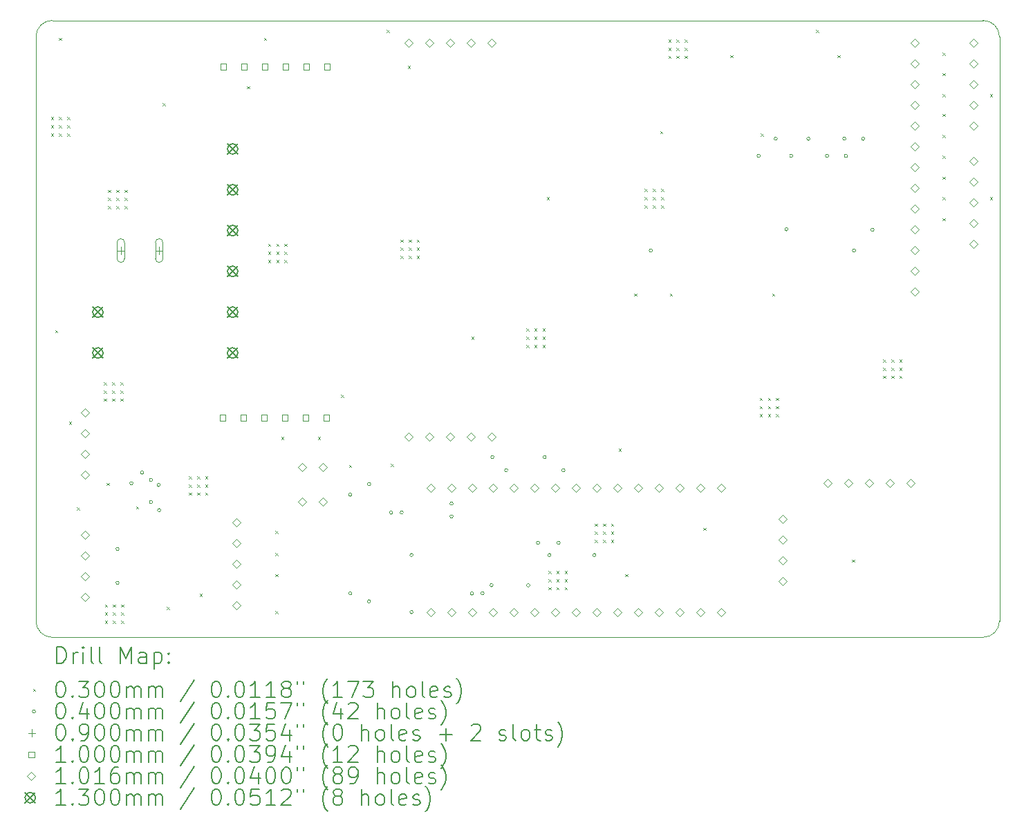
<source format=gbr>
%TF.GenerationSoftware,KiCad,Pcbnew,7.0.10*%
%TF.CreationDate,2024-01-18T22:20:53-08:00*%
%TF.ProjectId,r2dtf dev board rev 1,72326474-6620-4646-9576-20626f617264,rev?*%
%TF.SameCoordinates,Original*%
%TF.FileFunction,Drillmap*%
%TF.FilePolarity,Positive*%
%FSLAX45Y45*%
G04 Gerber Fmt 4.5, Leading zero omitted, Abs format (unit mm)*
G04 Created by KiCad (PCBNEW 7.0.10) date 2024-01-18 22:20:53*
%MOMM*%
%LPD*%
G01*
G04 APERTURE LIST*
%ADD10C,0.100000*%
%ADD11C,0.200000*%
%ADD12C,0.101600*%
%ADD13C,0.130000*%
G04 APERTURE END LIST*
D10*
X5201421Y-6200000D02*
X5201421Y-13358579D01*
X16800000Y-6000000D02*
X5401421Y-6000000D01*
X17000000Y-13358579D02*
X17000000Y-6200000D01*
X5401421Y-13558579D02*
X16800000Y-13558579D01*
X5201421Y-13358579D02*
G75*
G03*
X5401421Y-13558579I200000J0D01*
G01*
X16800000Y-13558579D02*
G75*
G03*
X17000000Y-13358579I0J200000D01*
G01*
X17000000Y-6200000D02*
G75*
G03*
X16800000Y-6000000I-200000J0D01*
G01*
X5401421Y-6000000D02*
G75*
G03*
X5201421Y-6200000I0J-200000D01*
G01*
D11*
D10*
X5385000Y-7185000D02*
X5415000Y-7215000D01*
X5415000Y-7185000D02*
X5385000Y-7215000D01*
X5385000Y-7285000D02*
X5415000Y-7315000D01*
X5415000Y-7285000D02*
X5385000Y-7315000D01*
X5385000Y-7385000D02*
X5415000Y-7415000D01*
X5415000Y-7385000D02*
X5385000Y-7415000D01*
X5435000Y-9795000D02*
X5465000Y-9825000D01*
X5465000Y-9795000D02*
X5435000Y-9825000D01*
X5485000Y-6215000D02*
X5515000Y-6245000D01*
X5515000Y-6215000D02*
X5485000Y-6245000D01*
X5485000Y-7185000D02*
X5515000Y-7215000D01*
X5515000Y-7185000D02*
X5485000Y-7215000D01*
X5485000Y-7285000D02*
X5515000Y-7315000D01*
X5515000Y-7285000D02*
X5485000Y-7315000D01*
X5485000Y-7385000D02*
X5515000Y-7415000D01*
X5515000Y-7385000D02*
X5485000Y-7415000D01*
X5585000Y-7185000D02*
X5615000Y-7215000D01*
X5615000Y-7185000D02*
X5585000Y-7215000D01*
X5585000Y-7285000D02*
X5615000Y-7315000D01*
X5615000Y-7285000D02*
X5585000Y-7315000D01*
X5585000Y-7385000D02*
X5615000Y-7415000D01*
X5615000Y-7385000D02*
X5585000Y-7415000D01*
X5605000Y-10915000D02*
X5635000Y-10945000D01*
X5635000Y-10915000D02*
X5605000Y-10945000D01*
X5705000Y-11965000D02*
X5735000Y-11995000D01*
X5735000Y-11965000D02*
X5705000Y-11995000D01*
X6035000Y-10435000D02*
X6065000Y-10465000D01*
X6065000Y-10435000D02*
X6035000Y-10465000D01*
X6035000Y-10535000D02*
X6065000Y-10565000D01*
X6065000Y-10535000D02*
X6035000Y-10565000D01*
X6035000Y-10635000D02*
X6065000Y-10665000D01*
X6065000Y-10635000D02*
X6035000Y-10665000D01*
X6045000Y-13155000D02*
X6075000Y-13185000D01*
X6075000Y-13155000D02*
X6045000Y-13185000D01*
X6045000Y-13255000D02*
X6075000Y-13285000D01*
X6075000Y-13255000D02*
X6045000Y-13285000D01*
X6045000Y-13355000D02*
X6075000Y-13385000D01*
X6075000Y-13355000D02*
X6045000Y-13385000D01*
X6065000Y-11665000D02*
X6095000Y-11695000D01*
X6095000Y-11665000D02*
X6065000Y-11695000D01*
X6085000Y-8075000D02*
X6115000Y-8105000D01*
X6115000Y-8075000D02*
X6085000Y-8105000D01*
X6085000Y-8175000D02*
X6115000Y-8205000D01*
X6115000Y-8175000D02*
X6085000Y-8205000D01*
X6085000Y-8275000D02*
X6115000Y-8305000D01*
X6115000Y-8275000D02*
X6085000Y-8305000D01*
X6135000Y-10435000D02*
X6165000Y-10465000D01*
X6165000Y-10435000D02*
X6135000Y-10465000D01*
X6135000Y-10535000D02*
X6165000Y-10565000D01*
X6165000Y-10535000D02*
X6135000Y-10565000D01*
X6135000Y-10635000D02*
X6165000Y-10665000D01*
X6165000Y-10635000D02*
X6135000Y-10665000D01*
X6145000Y-13155000D02*
X6175000Y-13185000D01*
X6175000Y-13155000D02*
X6145000Y-13185000D01*
X6145000Y-13255000D02*
X6175000Y-13285000D01*
X6175000Y-13255000D02*
X6145000Y-13285000D01*
X6145000Y-13355000D02*
X6175000Y-13385000D01*
X6175000Y-13355000D02*
X6145000Y-13385000D01*
X6185000Y-8075000D02*
X6215000Y-8105000D01*
X6215000Y-8075000D02*
X6185000Y-8105000D01*
X6185000Y-8175000D02*
X6215000Y-8205000D01*
X6215000Y-8175000D02*
X6185000Y-8205000D01*
X6185000Y-8275000D02*
X6215000Y-8305000D01*
X6215000Y-8275000D02*
X6185000Y-8305000D01*
X6235000Y-10435000D02*
X6265000Y-10465000D01*
X6265000Y-10435000D02*
X6235000Y-10465000D01*
X6235000Y-10535000D02*
X6265000Y-10565000D01*
X6265000Y-10535000D02*
X6235000Y-10565000D01*
X6235000Y-10635000D02*
X6265000Y-10665000D01*
X6265000Y-10635000D02*
X6235000Y-10665000D01*
X6245000Y-13155000D02*
X6275000Y-13185000D01*
X6275000Y-13155000D02*
X6245000Y-13185000D01*
X6245000Y-13255000D02*
X6275000Y-13285000D01*
X6275000Y-13255000D02*
X6245000Y-13285000D01*
X6245000Y-13355000D02*
X6275000Y-13385000D01*
X6275000Y-13355000D02*
X6245000Y-13385000D01*
X6285000Y-8075000D02*
X6315000Y-8105000D01*
X6315000Y-8075000D02*
X6285000Y-8105000D01*
X6285000Y-8175000D02*
X6315000Y-8205000D01*
X6315000Y-8175000D02*
X6285000Y-8205000D01*
X6285000Y-8275000D02*
X6315000Y-8305000D01*
X6315000Y-8275000D02*
X6285000Y-8305000D01*
X6425000Y-11955000D02*
X6455000Y-11985000D01*
X6455000Y-11955000D02*
X6425000Y-11985000D01*
X6755000Y-7015000D02*
X6785000Y-7045000D01*
X6785000Y-7015000D02*
X6755000Y-7045000D01*
X6805000Y-13185000D02*
X6835000Y-13215000D01*
X6835000Y-13185000D02*
X6805000Y-13215000D01*
X7075000Y-11585000D02*
X7105000Y-11615000D01*
X7105000Y-11585000D02*
X7075000Y-11615000D01*
X7075000Y-11685000D02*
X7105000Y-11715000D01*
X7105000Y-11685000D02*
X7075000Y-11715000D01*
X7075000Y-11785000D02*
X7105000Y-11815000D01*
X7105000Y-11785000D02*
X7075000Y-11815000D01*
X7175000Y-11585000D02*
X7205000Y-11615000D01*
X7205000Y-11585000D02*
X7175000Y-11615000D01*
X7175000Y-11685000D02*
X7205000Y-11715000D01*
X7205000Y-11685000D02*
X7175000Y-11715000D01*
X7175000Y-11785000D02*
X7205000Y-11815000D01*
X7205000Y-11785000D02*
X7175000Y-11815000D01*
X7205000Y-13025000D02*
X7235000Y-13055000D01*
X7235000Y-13025000D02*
X7205000Y-13055000D01*
X7275000Y-11585000D02*
X7305000Y-11615000D01*
X7305000Y-11585000D02*
X7275000Y-11615000D01*
X7275000Y-11685000D02*
X7305000Y-11715000D01*
X7305000Y-11685000D02*
X7275000Y-11715000D01*
X7275000Y-11785000D02*
X7305000Y-11815000D01*
X7305000Y-11785000D02*
X7275000Y-11815000D01*
X7785000Y-6805000D02*
X7815000Y-6835000D01*
X7815000Y-6805000D02*
X7785000Y-6835000D01*
X7995000Y-6215000D02*
X8025000Y-6245000D01*
X8025000Y-6215000D02*
X7995000Y-6245000D01*
X8045000Y-8735000D02*
X8075000Y-8765000D01*
X8075000Y-8735000D02*
X8045000Y-8765000D01*
X8045000Y-8835000D02*
X8075000Y-8865000D01*
X8075000Y-8835000D02*
X8045000Y-8865000D01*
X8045000Y-8935000D02*
X8075000Y-8965000D01*
X8075000Y-8935000D02*
X8045000Y-8965000D01*
X8135000Y-12255000D02*
X8165000Y-12285000D01*
X8165000Y-12255000D02*
X8135000Y-12285000D01*
X8135000Y-12525000D02*
X8165000Y-12555000D01*
X8165000Y-12525000D02*
X8135000Y-12555000D01*
X8135000Y-12785000D02*
X8165000Y-12815000D01*
X8165000Y-12785000D02*
X8135000Y-12815000D01*
X8135000Y-13235000D02*
X8165000Y-13265000D01*
X8165000Y-13235000D02*
X8135000Y-13265000D01*
X8145000Y-8735000D02*
X8175000Y-8765000D01*
X8175000Y-8735000D02*
X8145000Y-8765000D01*
X8145000Y-8835000D02*
X8175000Y-8865000D01*
X8175000Y-8835000D02*
X8145000Y-8865000D01*
X8145000Y-8935000D02*
X8175000Y-8965000D01*
X8175000Y-8935000D02*
X8145000Y-8965000D01*
X8205000Y-11105000D02*
X8235000Y-11135000D01*
X8235000Y-11105000D02*
X8205000Y-11135000D01*
X8245000Y-8735000D02*
X8275000Y-8765000D01*
X8275000Y-8735000D02*
X8245000Y-8765000D01*
X8245000Y-8835000D02*
X8275000Y-8865000D01*
X8275000Y-8835000D02*
X8245000Y-8865000D01*
X8245000Y-8935000D02*
X8275000Y-8965000D01*
X8275000Y-8935000D02*
X8245000Y-8965000D01*
X8655000Y-11105000D02*
X8685000Y-11135000D01*
X8685000Y-11105000D02*
X8655000Y-11135000D01*
X8935000Y-10585000D02*
X8965000Y-10615000D01*
X8965000Y-10585000D02*
X8935000Y-10615000D01*
X9035000Y-11445000D02*
X9065000Y-11475000D01*
X9065000Y-11445000D02*
X9035000Y-11475000D01*
X9495000Y-6115000D02*
X9525000Y-6145000D01*
X9525000Y-6115000D02*
X9495000Y-6145000D01*
X9545000Y-11435000D02*
X9575000Y-11465000D01*
X9575000Y-11435000D02*
X9545000Y-11465000D01*
X9665000Y-8685000D02*
X9695000Y-8715000D01*
X9695000Y-8685000D02*
X9665000Y-8715000D01*
X9665000Y-8785000D02*
X9695000Y-8815000D01*
X9695000Y-8785000D02*
X9665000Y-8815000D01*
X9665000Y-8885000D02*
X9695000Y-8915000D01*
X9695000Y-8885000D02*
X9665000Y-8915000D01*
X9755000Y-6555000D02*
X9785000Y-6585000D01*
X9785000Y-6555000D02*
X9755000Y-6585000D01*
X9765000Y-8685000D02*
X9795000Y-8715000D01*
X9795000Y-8685000D02*
X9765000Y-8715000D01*
X9765000Y-8785000D02*
X9795000Y-8815000D01*
X9795000Y-8785000D02*
X9765000Y-8815000D01*
X9765000Y-8885000D02*
X9795000Y-8915000D01*
X9795000Y-8885000D02*
X9765000Y-8915000D01*
X9865000Y-8685000D02*
X9895000Y-8715000D01*
X9895000Y-8685000D02*
X9865000Y-8715000D01*
X9865000Y-8785000D02*
X9895000Y-8815000D01*
X9895000Y-8785000D02*
X9865000Y-8815000D01*
X9865000Y-8885000D02*
X9895000Y-8915000D01*
X9895000Y-8885000D02*
X9865000Y-8915000D01*
X10535000Y-9875000D02*
X10565000Y-9905000D01*
X10565000Y-9875000D02*
X10535000Y-9905000D01*
X11205000Y-9775000D02*
X11235000Y-9805000D01*
X11235000Y-9775000D02*
X11205000Y-9805000D01*
X11205000Y-9875000D02*
X11235000Y-9905000D01*
X11235000Y-9875000D02*
X11205000Y-9905000D01*
X11205000Y-9975000D02*
X11235000Y-10005000D01*
X11235000Y-9975000D02*
X11205000Y-10005000D01*
X11305000Y-9775000D02*
X11335000Y-9805000D01*
X11335000Y-9775000D02*
X11305000Y-9805000D01*
X11305000Y-9875000D02*
X11335000Y-9905000D01*
X11335000Y-9875000D02*
X11305000Y-9905000D01*
X11305000Y-9975000D02*
X11335000Y-10005000D01*
X11335000Y-9975000D02*
X11305000Y-10005000D01*
X11405000Y-9775000D02*
X11435000Y-9805000D01*
X11435000Y-9775000D02*
X11405000Y-9805000D01*
X11405000Y-9875000D02*
X11435000Y-9905000D01*
X11435000Y-9875000D02*
X11405000Y-9905000D01*
X11405000Y-9975000D02*
X11435000Y-10005000D01*
X11435000Y-9975000D02*
X11405000Y-10005000D01*
X11455000Y-8165000D02*
X11485000Y-8195000D01*
X11485000Y-8165000D02*
X11455000Y-8195000D01*
X11475000Y-12745000D02*
X11505000Y-12775000D01*
X11505000Y-12745000D02*
X11475000Y-12775000D01*
X11475000Y-12845000D02*
X11505000Y-12875000D01*
X11505000Y-12845000D02*
X11475000Y-12875000D01*
X11475000Y-12945000D02*
X11505000Y-12975000D01*
X11505000Y-12945000D02*
X11475000Y-12975000D01*
X11575000Y-12745000D02*
X11605000Y-12775000D01*
X11605000Y-12745000D02*
X11575000Y-12775000D01*
X11575000Y-12845000D02*
X11605000Y-12875000D01*
X11605000Y-12845000D02*
X11575000Y-12875000D01*
X11575000Y-12945000D02*
X11605000Y-12975000D01*
X11605000Y-12945000D02*
X11575000Y-12975000D01*
X11675000Y-12745000D02*
X11705000Y-12775000D01*
X11705000Y-12745000D02*
X11675000Y-12775000D01*
X11675000Y-12845000D02*
X11705000Y-12875000D01*
X11705000Y-12845000D02*
X11675000Y-12875000D01*
X11675000Y-12945000D02*
X11705000Y-12975000D01*
X11705000Y-12945000D02*
X11675000Y-12975000D01*
X12045000Y-12165000D02*
X12075000Y-12195000D01*
X12075000Y-12165000D02*
X12045000Y-12195000D01*
X12045000Y-12265000D02*
X12075000Y-12295000D01*
X12075000Y-12265000D02*
X12045000Y-12295000D01*
X12045000Y-12365000D02*
X12075000Y-12395000D01*
X12075000Y-12365000D02*
X12045000Y-12395000D01*
X12145000Y-12165000D02*
X12175000Y-12195000D01*
X12175000Y-12165000D02*
X12145000Y-12195000D01*
X12145000Y-12265000D02*
X12175000Y-12295000D01*
X12175000Y-12265000D02*
X12145000Y-12295000D01*
X12145000Y-12365000D02*
X12175000Y-12395000D01*
X12175000Y-12365000D02*
X12145000Y-12395000D01*
X12245000Y-12165000D02*
X12275000Y-12195000D01*
X12275000Y-12165000D02*
X12245000Y-12195000D01*
X12245000Y-12265000D02*
X12275000Y-12295000D01*
X12275000Y-12265000D02*
X12245000Y-12295000D01*
X12245000Y-12365000D02*
X12275000Y-12395000D01*
X12275000Y-12365000D02*
X12245000Y-12395000D01*
X12335000Y-11245000D02*
X12365000Y-11275000D01*
X12365000Y-11245000D02*
X12335000Y-11275000D01*
X12415000Y-12785000D02*
X12445000Y-12815000D01*
X12445000Y-12785000D02*
X12415000Y-12815000D01*
X12525000Y-9345000D02*
X12555000Y-9375000D01*
X12555000Y-9345000D02*
X12525000Y-9375000D01*
X12655000Y-8065000D02*
X12685000Y-8095000D01*
X12685000Y-8065000D02*
X12655000Y-8095000D01*
X12655000Y-8165000D02*
X12685000Y-8195000D01*
X12685000Y-8165000D02*
X12655000Y-8195000D01*
X12655000Y-8265000D02*
X12685000Y-8295000D01*
X12685000Y-8265000D02*
X12655000Y-8295000D01*
X12755000Y-8065000D02*
X12785000Y-8095000D01*
X12785000Y-8065000D02*
X12755000Y-8095000D01*
X12755000Y-8165000D02*
X12785000Y-8195000D01*
X12785000Y-8165000D02*
X12755000Y-8195000D01*
X12755000Y-8265000D02*
X12785000Y-8295000D01*
X12785000Y-8265000D02*
X12755000Y-8295000D01*
X12845000Y-7355000D02*
X12875000Y-7385000D01*
X12875000Y-7355000D02*
X12845000Y-7385000D01*
X12855000Y-8065000D02*
X12885000Y-8095000D01*
X12885000Y-8065000D02*
X12855000Y-8095000D01*
X12855000Y-8165000D02*
X12885000Y-8195000D01*
X12885000Y-8165000D02*
X12855000Y-8195000D01*
X12855000Y-8265000D02*
X12885000Y-8295000D01*
X12885000Y-8265000D02*
X12855000Y-8295000D01*
X12945000Y-6235000D02*
X12975000Y-6265000D01*
X12975000Y-6235000D02*
X12945000Y-6265000D01*
X12945000Y-6335000D02*
X12975000Y-6365000D01*
X12975000Y-6335000D02*
X12945000Y-6365000D01*
X12945000Y-6435000D02*
X12975000Y-6465000D01*
X12975000Y-6435000D02*
X12945000Y-6465000D01*
X12965000Y-9345000D02*
X12995000Y-9375000D01*
X12995000Y-9345000D02*
X12965000Y-9375000D01*
X13045000Y-6235000D02*
X13075000Y-6265000D01*
X13075000Y-6235000D02*
X13045000Y-6265000D01*
X13045000Y-6335000D02*
X13075000Y-6365000D01*
X13075000Y-6335000D02*
X13045000Y-6365000D01*
X13045000Y-6435000D02*
X13075000Y-6465000D01*
X13075000Y-6435000D02*
X13045000Y-6465000D01*
X13145000Y-6235000D02*
X13175000Y-6265000D01*
X13175000Y-6235000D02*
X13145000Y-6265000D01*
X13145000Y-6335000D02*
X13175000Y-6365000D01*
X13175000Y-6335000D02*
X13145000Y-6365000D01*
X13145000Y-6435000D02*
X13175000Y-6465000D01*
X13175000Y-6435000D02*
X13145000Y-6465000D01*
X13375000Y-12215000D02*
X13405000Y-12245000D01*
X13405000Y-12215000D02*
X13375000Y-12245000D01*
X13705000Y-6425000D02*
X13735000Y-6455000D01*
X13735000Y-6425000D02*
X13705000Y-6455000D01*
X14065000Y-10625000D02*
X14095000Y-10655000D01*
X14095000Y-10625000D02*
X14065000Y-10655000D01*
X14065000Y-10725000D02*
X14095000Y-10755000D01*
X14095000Y-10725000D02*
X14065000Y-10755000D01*
X14065000Y-10825000D02*
X14095000Y-10855000D01*
X14095000Y-10825000D02*
X14065000Y-10855000D01*
X14075000Y-7385000D02*
X14105000Y-7415000D01*
X14105000Y-7385000D02*
X14075000Y-7415000D01*
X14165000Y-10625000D02*
X14195000Y-10655000D01*
X14195000Y-10625000D02*
X14165000Y-10655000D01*
X14165000Y-10725000D02*
X14195000Y-10755000D01*
X14195000Y-10725000D02*
X14165000Y-10755000D01*
X14165000Y-10825000D02*
X14195000Y-10855000D01*
X14195000Y-10825000D02*
X14165000Y-10855000D01*
X14215000Y-9345000D02*
X14245000Y-9375000D01*
X14245000Y-9345000D02*
X14215000Y-9375000D01*
X14265000Y-10625000D02*
X14295000Y-10655000D01*
X14295000Y-10625000D02*
X14265000Y-10655000D01*
X14265000Y-10725000D02*
X14295000Y-10755000D01*
X14295000Y-10725000D02*
X14265000Y-10755000D01*
X14265000Y-10825000D02*
X14295000Y-10855000D01*
X14295000Y-10825000D02*
X14265000Y-10855000D01*
X14755000Y-6115000D02*
X14785000Y-6145000D01*
X14785000Y-6115000D02*
X14755000Y-6145000D01*
X15015000Y-6425000D02*
X15045000Y-6455000D01*
X15045000Y-6425000D02*
X15015000Y-6455000D01*
X15195000Y-12605000D02*
X15225000Y-12635000D01*
X15225000Y-12605000D02*
X15195000Y-12635000D01*
X15575000Y-10155000D02*
X15605000Y-10185000D01*
X15605000Y-10155000D02*
X15575000Y-10185000D01*
X15575000Y-10255000D02*
X15605000Y-10285000D01*
X15605000Y-10255000D02*
X15575000Y-10285000D01*
X15575000Y-10355000D02*
X15605000Y-10385000D01*
X15605000Y-10355000D02*
X15575000Y-10385000D01*
X15675000Y-10155000D02*
X15705000Y-10185000D01*
X15705000Y-10155000D02*
X15675000Y-10185000D01*
X15675000Y-10255000D02*
X15705000Y-10285000D01*
X15705000Y-10255000D02*
X15675000Y-10285000D01*
X15675000Y-10355000D02*
X15705000Y-10385000D01*
X15705000Y-10355000D02*
X15675000Y-10385000D01*
X15775000Y-10155000D02*
X15805000Y-10185000D01*
X15805000Y-10155000D02*
X15775000Y-10185000D01*
X15775000Y-10255000D02*
X15805000Y-10285000D01*
X15805000Y-10255000D02*
X15775000Y-10285000D01*
X15775000Y-10355000D02*
X15805000Y-10385000D01*
X15805000Y-10355000D02*
X15775000Y-10385000D01*
X16305000Y-6395000D02*
X16335000Y-6425000D01*
X16335000Y-6395000D02*
X16305000Y-6425000D01*
X16305000Y-6645000D02*
X16335000Y-6675000D01*
X16335000Y-6645000D02*
X16305000Y-6675000D01*
X16305000Y-6905000D02*
X16335000Y-6935000D01*
X16335000Y-6905000D02*
X16305000Y-6935000D01*
X16305000Y-7145000D02*
X16335000Y-7175000D01*
X16335000Y-7145000D02*
X16305000Y-7175000D01*
X16305000Y-7405000D02*
X16335000Y-7435000D01*
X16335000Y-7405000D02*
X16305000Y-7435000D01*
X16305000Y-7655000D02*
X16335000Y-7685000D01*
X16335000Y-7655000D02*
X16305000Y-7685000D01*
X16305000Y-7915000D02*
X16335000Y-7945000D01*
X16335000Y-7915000D02*
X16305000Y-7945000D01*
X16305000Y-8165000D02*
X16335000Y-8195000D01*
X16335000Y-8165000D02*
X16305000Y-8195000D01*
X16305000Y-8425000D02*
X16335000Y-8455000D01*
X16335000Y-8425000D02*
X16305000Y-8455000D01*
X16885000Y-6905000D02*
X16915000Y-6935000D01*
X16915000Y-6905000D02*
X16885000Y-6935000D01*
X16885000Y-8165000D02*
X16915000Y-8195000D01*
X16915000Y-8165000D02*
X16885000Y-8195000D01*
X6220000Y-12475000D02*
G75*
G03*
X6180000Y-12475000I-20000J0D01*
G01*
X6180000Y-12475000D02*
G75*
G03*
X6220000Y-12475000I20000J0D01*
G01*
X6220000Y-12890000D02*
G75*
G03*
X6180000Y-12890000I-20000J0D01*
G01*
X6180000Y-12890000D02*
G75*
G03*
X6220000Y-12890000I20000J0D01*
G01*
X6390000Y-11670000D02*
G75*
G03*
X6350000Y-11670000I-20000J0D01*
G01*
X6350000Y-11670000D02*
G75*
G03*
X6390000Y-11670000I20000J0D01*
G01*
X6520000Y-11540000D02*
G75*
G03*
X6480000Y-11540000I-20000J0D01*
G01*
X6480000Y-11540000D02*
G75*
G03*
X6520000Y-11540000I20000J0D01*
G01*
X6630000Y-11630000D02*
G75*
G03*
X6590000Y-11630000I-20000J0D01*
G01*
X6590000Y-11630000D02*
G75*
G03*
X6630000Y-11630000I20000J0D01*
G01*
X6630000Y-11900000D02*
G75*
G03*
X6590000Y-11900000I-20000J0D01*
G01*
X6590000Y-11900000D02*
G75*
G03*
X6630000Y-11900000I20000J0D01*
G01*
X6722500Y-11692500D02*
G75*
G03*
X6682500Y-11692500I-20000J0D01*
G01*
X6682500Y-11692500D02*
G75*
G03*
X6722500Y-11692500I20000J0D01*
G01*
X6730000Y-12000000D02*
G75*
G03*
X6690000Y-12000000I-20000J0D01*
G01*
X6690000Y-12000000D02*
G75*
G03*
X6730000Y-12000000I20000J0D01*
G01*
X9070000Y-11810000D02*
G75*
G03*
X9030000Y-11810000I-20000J0D01*
G01*
X9030000Y-11810000D02*
G75*
G03*
X9070000Y-11810000I20000J0D01*
G01*
X9070000Y-13020000D02*
G75*
G03*
X9030000Y-13020000I-20000J0D01*
G01*
X9030000Y-13020000D02*
G75*
G03*
X9070000Y-13020000I20000J0D01*
G01*
X9300000Y-11680000D02*
G75*
G03*
X9260000Y-11680000I-20000J0D01*
G01*
X9260000Y-11680000D02*
G75*
G03*
X9300000Y-11680000I20000J0D01*
G01*
X9300000Y-13117640D02*
G75*
G03*
X9260000Y-13117640I-20000J0D01*
G01*
X9260000Y-13117640D02*
G75*
G03*
X9300000Y-13117640I20000J0D01*
G01*
X9570000Y-12030000D02*
G75*
G03*
X9530000Y-12030000I-20000J0D01*
G01*
X9530000Y-12030000D02*
G75*
G03*
X9570000Y-12030000I20000J0D01*
G01*
X9700000Y-12030000D02*
G75*
G03*
X9660000Y-12030000I-20000J0D01*
G01*
X9660000Y-12030000D02*
G75*
G03*
X9700000Y-12030000I20000J0D01*
G01*
X9820000Y-12550000D02*
G75*
G03*
X9780000Y-12550000I-20000J0D01*
G01*
X9780000Y-12550000D02*
G75*
G03*
X9820000Y-12550000I20000J0D01*
G01*
X9820000Y-13250000D02*
G75*
G03*
X9780000Y-13250000I-20000J0D01*
G01*
X9780000Y-13250000D02*
G75*
G03*
X9820000Y-13250000I20000J0D01*
G01*
X10310000Y-11920000D02*
G75*
G03*
X10270000Y-11920000I-20000J0D01*
G01*
X10270000Y-11920000D02*
G75*
G03*
X10310000Y-11920000I20000J0D01*
G01*
X10310000Y-12077400D02*
G75*
G03*
X10270000Y-12077400I-20000J0D01*
G01*
X10270000Y-12077400D02*
G75*
G03*
X10310000Y-12077400I20000J0D01*
G01*
X10560000Y-13020000D02*
G75*
G03*
X10520000Y-13020000I-20000J0D01*
G01*
X10520000Y-13020000D02*
G75*
G03*
X10560000Y-13020000I20000J0D01*
G01*
X10690000Y-13020000D02*
G75*
G03*
X10650000Y-13020000I-20000J0D01*
G01*
X10650000Y-13020000D02*
G75*
G03*
X10690000Y-13020000I20000J0D01*
G01*
X10800000Y-12920000D02*
G75*
G03*
X10760000Y-12920000I-20000J0D01*
G01*
X10760000Y-12920000D02*
G75*
G03*
X10800000Y-12920000I20000J0D01*
G01*
X10810000Y-11350000D02*
G75*
G03*
X10770000Y-11350000I-20000J0D01*
G01*
X10770000Y-11350000D02*
G75*
G03*
X10810000Y-11350000I20000J0D01*
G01*
X10980000Y-11510000D02*
G75*
G03*
X10940000Y-11510000I-20000J0D01*
G01*
X10940000Y-11510000D02*
G75*
G03*
X10980000Y-11510000I20000J0D01*
G01*
X11250000Y-12920000D02*
G75*
G03*
X11210000Y-12920000I-20000J0D01*
G01*
X11210000Y-12920000D02*
G75*
G03*
X11250000Y-12920000I20000J0D01*
G01*
X11370000Y-12400000D02*
G75*
G03*
X11330000Y-12400000I-20000J0D01*
G01*
X11330000Y-12400000D02*
G75*
G03*
X11370000Y-12400000I20000J0D01*
G01*
X11450000Y-11350000D02*
G75*
G03*
X11410000Y-11350000I-20000J0D01*
G01*
X11410000Y-11350000D02*
G75*
G03*
X11450000Y-11350000I20000J0D01*
G01*
X11510000Y-12550000D02*
G75*
G03*
X11470000Y-12550000I-20000J0D01*
G01*
X11470000Y-12550000D02*
G75*
G03*
X11510000Y-12550000I20000J0D01*
G01*
X11620000Y-12400000D02*
G75*
G03*
X11580000Y-12400000I-20000J0D01*
G01*
X11580000Y-12400000D02*
G75*
G03*
X11620000Y-12400000I20000J0D01*
G01*
X11680000Y-11510000D02*
G75*
G03*
X11640000Y-11510000I-20000J0D01*
G01*
X11640000Y-11510000D02*
G75*
G03*
X11680000Y-11510000I20000J0D01*
G01*
X12060000Y-12550000D02*
G75*
G03*
X12020000Y-12550000I-20000J0D01*
G01*
X12020000Y-12550000D02*
G75*
G03*
X12060000Y-12550000I20000J0D01*
G01*
X12750000Y-8820000D02*
G75*
G03*
X12710000Y-8820000I-20000J0D01*
G01*
X12710000Y-8820000D02*
G75*
G03*
X12750000Y-8820000I20000J0D01*
G01*
X14070000Y-7660000D02*
G75*
G03*
X14030000Y-7660000I-20000J0D01*
G01*
X14030000Y-7660000D02*
G75*
G03*
X14070000Y-7660000I20000J0D01*
G01*
X14280000Y-7450000D02*
G75*
G03*
X14240000Y-7450000I-20000J0D01*
G01*
X14240000Y-7450000D02*
G75*
G03*
X14280000Y-7450000I20000J0D01*
G01*
X14410000Y-8560000D02*
G75*
G03*
X14370000Y-8560000I-20000J0D01*
G01*
X14370000Y-8560000D02*
G75*
G03*
X14410000Y-8560000I20000J0D01*
G01*
X14470000Y-7660000D02*
G75*
G03*
X14430000Y-7660000I-20000J0D01*
G01*
X14430000Y-7660000D02*
G75*
G03*
X14470000Y-7660000I20000J0D01*
G01*
X14680000Y-7450000D02*
G75*
G03*
X14640000Y-7450000I-20000J0D01*
G01*
X14640000Y-7450000D02*
G75*
G03*
X14680000Y-7450000I20000J0D01*
G01*
X14910000Y-7660000D02*
G75*
G03*
X14870000Y-7660000I-20000J0D01*
G01*
X14870000Y-7660000D02*
G75*
G03*
X14910000Y-7660000I20000J0D01*
G01*
X15120000Y-7450000D02*
G75*
G03*
X15080000Y-7450000I-20000J0D01*
G01*
X15080000Y-7450000D02*
G75*
G03*
X15120000Y-7450000I20000J0D01*
G01*
X15140000Y-7660000D02*
G75*
G03*
X15100000Y-7660000I-20000J0D01*
G01*
X15100000Y-7660000D02*
G75*
G03*
X15140000Y-7660000I20000J0D01*
G01*
X15240000Y-8820000D02*
G75*
G03*
X15200000Y-8820000I-20000J0D01*
G01*
X15200000Y-8820000D02*
G75*
G03*
X15240000Y-8820000I20000J0D01*
G01*
X15350000Y-7450000D02*
G75*
G03*
X15310000Y-7450000I-20000J0D01*
G01*
X15310000Y-7450000D02*
G75*
G03*
X15350000Y-7450000I20000J0D01*
G01*
X15464750Y-8564750D02*
G75*
G03*
X15424750Y-8564750I-20000J0D01*
G01*
X15424750Y-8564750D02*
G75*
G03*
X15464750Y-8564750I20000J0D01*
G01*
X6240000Y-8775000D02*
X6240000Y-8865000D01*
X6195000Y-8820000D02*
X6285000Y-8820000D01*
X6195000Y-8720000D02*
X6195000Y-8920000D01*
X6195000Y-8920000D02*
G75*
G03*
X6285000Y-8920000I45000J0D01*
G01*
X6285000Y-8920000D02*
X6285000Y-8720000D01*
X6285000Y-8720000D02*
G75*
G03*
X6195000Y-8720000I-45000J0D01*
G01*
X6710000Y-8775000D02*
X6710000Y-8865000D01*
X6665000Y-8820000D02*
X6755000Y-8820000D01*
X6665000Y-8720000D02*
X6665000Y-8920000D01*
X6665000Y-8920000D02*
G75*
G03*
X6755000Y-8920000I45000J0D01*
G01*
X6755000Y-8920000D02*
X6755000Y-8720000D01*
X6755000Y-8720000D02*
G75*
G03*
X6665000Y-8720000I-45000J0D01*
G01*
X7523356Y-10904016D02*
X7523356Y-10833304D01*
X7452644Y-10833304D01*
X7452644Y-10904016D01*
X7523356Y-10904016D01*
X7530896Y-6601256D02*
X7530896Y-6530544D01*
X7460184Y-6530544D01*
X7460184Y-6601256D01*
X7530896Y-6601256D01*
X7777356Y-10904016D02*
X7777356Y-10833304D01*
X7706644Y-10833304D01*
X7706644Y-10904016D01*
X7777356Y-10904016D01*
X7784896Y-6601256D02*
X7784896Y-6530544D01*
X7714184Y-6530544D01*
X7714184Y-6601256D01*
X7784896Y-6601256D01*
X8031356Y-10904016D02*
X8031356Y-10833304D01*
X7960644Y-10833304D01*
X7960644Y-10904016D01*
X8031356Y-10904016D01*
X8038896Y-6601256D02*
X8038896Y-6530544D01*
X7968184Y-6530544D01*
X7968184Y-6601256D01*
X8038896Y-6601256D01*
X8285356Y-10904016D02*
X8285356Y-10833304D01*
X8214644Y-10833304D01*
X8214644Y-10904016D01*
X8285356Y-10904016D01*
X8292896Y-6601256D02*
X8292896Y-6530544D01*
X8222184Y-6530544D01*
X8222184Y-6601256D01*
X8292896Y-6601256D01*
X8539356Y-10904016D02*
X8539356Y-10833304D01*
X8468644Y-10833304D01*
X8468644Y-10904016D01*
X8539356Y-10904016D01*
X8546896Y-6601256D02*
X8546896Y-6530544D01*
X8476184Y-6530544D01*
X8476184Y-6601256D01*
X8546896Y-6601256D01*
X8793356Y-10904016D02*
X8793356Y-10833304D01*
X8722644Y-10833304D01*
X8722644Y-10904016D01*
X8793356Y-10904016D01*
X8800896Y-6601256D02*
X8800896Y-6530544D01*
X8730184Y-6530544D01*
X8730184Y-6601256D01*
X8800896Y-6601256D01*
D12*
X5800000Y-10858750D02*
X5850800Y-10807950D01*
X5800000Y-10757150D01*
X5749200Y-10807950D01*
X5800000Y-10858750D01*
X5800000Y-11112750D02*
X5850800Y-11061950D01*
X5800000Y-11011150D01*
X5749200Y-11061950D01*
X5800000Y-11112750D01*
X5800000Y-11366750D02*
X5850800Y-11315950D01*
X5800000Y-11265150D01*
X5749200Y-11315950D01*
X5800000Y-11366750D01*
X5800000Y-11620750D02*
X5850800Y-11569950D01*
X5800000Y-11519150D01*
X5749200Y-11569950D01*
X5800000Y-11620750D01*
X5800000Y-12353200D02*
X5850800Y-12302400D01*
X5800000Y-12251600D01*
X5749200Y-12302400D01*
X5800000Y-12353200D01*
X5800000Y-12607200D02*
X5850800Y-12556400D01*
X5800000Y-12505600D01*
X5749200Y-12556400D01*
X5800000Y-12607200D01*
X5800000Y-12861200D02*
X5850800Y-12810400D01*
X5800000Y-12759600D01*
X5749200Y-12810400D01*
X5800000Y-12861200D01*
X5800000Y-13115200D02*
X5850800Y-13064400D01*
X5800000Y-13013600D01*
X5749200Y-13064400D01*
X5800000Y-13115200D01*
X7660000Y-12203200D02*
X7710800Y-12152400D01*
X7660000Y-12101600D01*
X7609200Y-12152400D01*
X7660000Y-12203200D01*
X7660000Y-12457200D02*
X7710800Y-12406400D01*
X7660000Y-12355600D01*
X7609200Y-12406400D01*
X7660000Y-12457200D01*
X7660000Y-12711200D02*
X7710800Y-12660400D01*
X7660000Y-12609600D01*
X7609200Y-12660400D01*
X7660000Y-12711200D01*
X7660000Y-12965200D02*
X7710800Y-12914400D01*
X7660000Y-12863600D01*
X7609200Y-12914400D01*
X7660000Y-12965200D01*
X7660000Y-13219200D02*
X7710800Y-13168400D01*
X7660000Y-13117600D01*
X7609200Y-13168400D01*
X7660000Y-13219200D01*
X8463280Y-11524410D02*
X8514080Y-11473610D01*
X8463280Y-11422810D01*
X8412480Y-11473610D01*
X8463280Y-11524410D01*
X8463280Y-11949410D02*
X8514080Y-11898610D01*
X8463280Y-11847810D01*
X8412480Y-11898610D01*
X8463280Y-11949410D01*
X8717280Y-11524410D02*
X8768080Y-11473610D01*
X8717280Y-11422810D01*
X8666480Y-11473610D01*
X8717280Y-11524410D01*
X8717280Y-11949410D02*
X8768080Y-11898610D01*
X8717280Y-11847810D01*
X8666480Y-11898610D01*
X8717280Y-11949410D01*
X9768650Y-6329550D02*
X9819450Y-6278750D01*
X9768650Y-6227950D01*
X9717850Y-6278750D01*
X9768650Y-6329550D01*
X9768650Y-11155550D02*
X9819450Y-11104750D01*
X9768650Y-11053950D01*
X9717850Y-11104750D01*
X9768650Y-11155550D01*
X10022650Y-6329550D02*
X10073450Y-6278750D01*
X10022650Y-6227950D01*
X9971850Y-6278750D01*
X10022650Y-6329550D01*
X10022650Y-11155550D02*
X10073450Y-11104750D01*
X10022650Y-11053950D01*
X9971850Y-11104750D01*
X10022650Y-11155550D01*
X10034000Y-11775800D02*
X10084800Y-11725000D01*
X10034000Y-11674200D01*
X9983200Y-11725000D01*
X10034000Y-11775800D01*
X10034000Y-13299800D02*
X10084800Y-13249000D01*
X10034000Y-13198200D01*
X9983200Y-13249000D01*
X10034000Y-13299800D01*
X10276650Y-6329550D02*
X10327450Y-6278750D01*
X10276650Y-6227950D01*
X10225850Y-6278750D01*
X10276650Y-6329550D01*
X10276650Y-11155550D02*
X10327450Y-11104750D01*
X10276650Y-11053950D01*
X10225850Y-11104750D01*
X10276650Y-11155550D01*
X10288000Y-11775800D02*
X10338800Y-11725000D01*
X10288000Y-11674200D01*
X10237200Y-11725000D01*
X10288000Y-11775800D01*
X10288000Y-13299800D02*
X10338800Y-13249000D01*
X10288000Y-13198200D01*
X10237200Y-13249000D01*
X10288000Y-13299800D01*
X10530650Y-6329550D02*
X10581450Y-6278750D01*
X10530650Y-6227950D01*
X10479850Y-6278750D01*
X10530650Y-6329550D01*
X10530650Y-11155550D02*
X10581450Y-11104750D01*
X10530650Y-11053950D01*
X10479850Y-11104750D01*
X10530650Y-11155550D01*
X10542000Y-11775800D02*
X10592800Y-11725000D01*
X10542000Y-11674200D01*
X10491200Y-11725000D01*
X10542000Y-11775800D01*
X10542000Y-13299800D02*
X10592800Y-13249000D01*
X10542000Y-13198200D01*
X10491200Y-13249000D01*
X10542000Y-13299800D01*
X10784650Y-6329550D02*
X10835450Y-6278750D01*
X10784650Y-6227950D01*
X10733850Y-6278750D01*
X10784650Y-6329550D01*
X10784650Y-11155550D02*
X10835450Y-11104750D01*
X10784650Y-11053950D01*
X10733850Y-11104750D01*
X10784650Y-11155550D01*
X10796000Y-11775800D02*
X10846800Y-11725000D01*
X10796000Y-11674200D01*
X10745200Y-11725000D01*
X10796000Y-11775800D01*
X10796000Y-13299800D02*
X10846800Y-13249000D01*
X10796000Y-13198200D01*
X10745200Y-13249000D01*
X10796000Y-13299800D01*
X11050000Y-11775800D02*
X11100800Y-11725000D01*
X11050000Y-11674200D01*
X10999200Y-11725000D01*
X11050000Y-11775800D01*
X11050000Y-13299800D02*
X11100800Y-13249000D01*
X11050000Y-13198200D01*
X10999200Y-13249000D01*
X11050000Y-13299800D01*
X11304000Y-11775800D02*
X11354800Y-11725000D01*
X11304000Y-11674200D01*
X11253200Y-11725000D01*
X11304000Y-11775800D01*
X11304000Y-13299800D02*
X11354800Y-13249000D01*
X11304000Y-13198200D01*
X11253200Y-13249000D01*
X11304000Y-13299800D01*
X11558000Y-11775800D02*
X11608800Y-11725000D01*
X11558000Y-11674200D01*
X11507200Y-11725000D01*
X11558000Y-11775800D01*
X11558000Y-13299800D02*
X11608800Y-13249000D01*
X11558000Y-13198200D01*
X11507200Y-13249000D01*
X11558000Y-13299800D01*
X11812000Y-11775800D02*
X11862800Y-11725000D01*
X11812000Y-11674200D01*
X11761200Y-11725000D01*
X11812000Y-11775800D01*
X11812000Y-13299800D02*
X11862800Y-13249000D01*
X11812000Y-13198200D01*
X11761200Y-13249000D01*
X11812000Y-13299800D01*
X12066000Y-11775800D02*
X12116800Y-11725000D01*
X12066000Y-11674200D01*
X12015200Y-11725000D01*
X12066000Y-11775800D01*
X12066000Y-13299800D02*
X12116800Y-13249000D01*
X12066000Y-13198200D01*
X12015200Y-13249000D01*
X12066000Y-13299800D01*
X12320000Y-11775800D02*
X12370800Y-11725000D01*
X12320000Y-11674200D01*
X12269200Y-11725000D01*
X12320000Y-11775800D01*
X12320000Y-13299800D02*
X12370800Y-13249000D01*
X12320000Y-13198200D01*
X12269200Y-13249000D01*
X12320000Y-13299800D01*
X12574000Y-11775800D02*
X12624800Y-11725000D01*
X12574000Y-11674200D01*
X12523200Y-11725000D01*
X12574000Y-11775800D01*
X12574000Y-13299800D02*
X12624800Y-13249000D01*
X12574000Y-13198200D01*
X12523200Y-13249000D01*
X12574000Y-13299800D01*
X12828000Y-11775800D02*
X12878800Y-11725000D01*
X12828000Y-11674200D01*
X12777200Y-11725000D01*
X12828000Y-11775800D01*
X12828000Y-13299800D02*
X12878800Y-13249000D01*
X12828000Y-13198200D01*
X12777200Y-13249000D01*
X12828000Y-13299800D01*
X13082000Y-11775800D02*
X13132800Y-11725000D01*
X13082000Y-11674200D01*
X13031200Y-11725000D01*
X13082000Y-11775800D01*
X13082000Y-13299800D02*
X13132800Y-13249000D01*
X13082000Y-13198200D01*
X13031200Y-13249000D01*
X13082000Y-13299800D01*
X13336000Y-11775800D02*
X13386800Y-11725000D01*
X13336000Y-11674200D01*
X13285200Y-11725000D01*
X13336000Y-11775800D01*
X13336000Y-13299800D02*
X13386800Y-13249000D01*
X13336000Y-13198200D01*
X13285200Y-13249000D01*
X13336000Y-13299800D01*
X13590000Y-11775800D02*
X13640800Y-11725000D01*
X13590000Y-11674200D01*
X13539200Y-11725000D01*
X13590000Y-11775800D01*
X13590000Y-13299800D02*
X13640800Y-13249000D01*
X13590000Y-13198200D01*
X13539200Y-13249000D01*
X13590000Y-13299800D01*
X14348460Y-12156440D02*
X14399260Y-12105640D01*
X14348460Y-12054840D01*
X14297660Y-12105640D01*
X14348460Y-12156440D01*
X14348460Y-12410440D02*
X14399260Y-12359640D01*
X14348460Y-12308840D01*
X14297660Y-12359640D01*
X14348460Y-12410440D01*
X14348460Y-12664440D02*
X14399260Y-12613640D01*
X14348460Y-12562840D01*
X14297660Y-12613640D01*
X14348460Y-12664440D01*
X14348460Y-12918440D02*
X14399260Y-12867640D01*
X14348460Y-12816840D01*
X14297660Y-12867640D01*
X14348460Y-12918440D01*
X14899640Y-11719560D02*
X14950440Y-11668760D01*
X14899640Y-11617960D01*
X14848840Y-11668760D01*
X14899640Y-11719560D01*
X15153640Y-11719560D02*
X15204440Y-11668760D01*
X15153640Y-11617960D01*
X15102840Y-11668760D01*
X15153640Y-11719560D01*
X15407640Y-11719560D02*
X15458440Y-11668760D01*
X15407640Y-11617960D01*
X15356840Y-11668760D01*
X15407640Y-11719560D01*
X15661640Y-11719560D02*
X15712440Y-11668760D01*
X15661640Y-11617960D01*
X15610840Y-11668760D01*
X15661640Y-11719560D01*
X15915640Y-11719560D02*
X15966440Y-11668760D01*
X15915640Y-11617960D01*
X15864840Y-11668760D01*
X15915640Y-11719560D01*
X15966250Y-6329550D02*
X16017050Y-6278750D01*
X15966250Y-6227950D01*
X15915450Y-6278750D01*
X15966250Y-6329550D01*
X15966250Y-6583550D02*
X16017050Y-6532750D01*
X15966250Y-6481950D01*
X15915450Y-6532750D01*
X15966250Y-6583550D01*
X15966250Y-6837550D02*
X16017050Y-6786750D01*
X15966250Y-6735950D01*
X15915450Y-6786750D01*
X15966250Y-6837550D01*
X15966250Y-7091550D02*
X16017050Y-7040750D01*
X15966250Y-6989950D01*
X15915450Y-7040750D01*
X15966250Y-7091550D01*
X15966250Y-7345550D02*
X16017050Y-7294750D01*
X15966250Y-7243950D01*
X15915450Y-7294750D01*
X15966250Y-7345550D01*
X15966250Y-7599550D02*
X16017050Y-7548750D01*
X15966250Y-7497950D01*
X15915450Y-7548750D01*
X15966250Y-7599550D01*
X15966250Y-7853550D02*
X16017050Y-7802750D01*
X15966250Y-7751950D01*
X15915450Y-7802750D01*
X15966250Y-7853550D01*
X15966250Y-8107550D02*
X16017050Y-8056750D01*
X15966250Y-8005950D01*
X15915450Y-8056750D01*
X15966250Y-8107550D01*
X15966250Y-8361550D02*
X16017050Y-8310750D01*
X15966250Y-8259950D01*
X15915450Y-8310750D01*
X15966250Y-8361550D01*
X15966250Y-8615550D02*
X16017050Y-8564750D01*
X15966250Y-8513950D01*
X15915450Y-8564750D01*
X15966250Y-8615550D01*
X15966250Y-8869550D02*
X16017050Y-8818750D01*
X15966250Y-8767950D01*
X15915450Y-8818750D01*
X15966250Y-8869550D01*
X15966250Y-9123550D02*
X16017050Y-9072750D01*
X15966250Y-9021950D01*
X15915450Y-9072750D01*
X15966250Y-9123550D01*
X15966250Y-9377550D02*
X16017050Y-9326750D01*
X15966250Y-9275950D01*
X15915450Y-9326750D01*
X15966250Y-9377550D01*
X16686050Y-6328850D02*
X16736850Y-6278050D01*
X16686050Y-6227250D01*
X16635250Y-6278050D01*
X16686050Y-6328850D01*
X16686050Y-6582850D02*
X16736850Y-6532050D01*
X16686050Y-6481250D01*
X16635250Y-6532050D01*
X16686050Y-6582850D01*
X16686050Y-6836850D02*
X16736850Y-6786050D01*
X16686050Y-6735250D01*
X16635250Y-6786050D01*
X16686050Y-6836850D01*
X16686050Y-7090850D02*
X16736850Y-7040050D01*
X16686050Y-6989250D01*
X16635250Y-7040050D01*
X16686050Y-7090850D01*
X16686050Y-7344850D02*
X16736850Y-7294050D01*
X16686050Y-7243250D01*
X16635250Y-7294050D01*
X16686050Y-7344850D01*
X16686050Y-7775800D02*
X16736850Y-7725000D01*
X16686050Y-7674200D01*
X16635250Y-7725000D01*
X16686050Y-7775800D01*
X16686050Y-8029800D02*
X16736850Y-7979000D01*
X16686050Y-7928200D01*
X16635250Y-7979000D01*
X16686050Y-8029800D01*
X16686050Y-8283800D02*
X16736850Y-8233000D01*
X16686050Y-8182200D01*
X16635250Y-8233000D01*
X16686050Y-8283800D01*
X16686050Y-8537800D02*
X16736850Y-8487000D01*
X16686050Y-8436200D01*
X16635250Y-8487000D01*
X16686050Y-8537800D01*
X16686050Y-8791800D02*
X16736850Y-8741000D01*
X16686050Y-8690200D01*
X16635250Y-8741000D01*
X16686050Y-8791800D01*
D13*
X5895000Y-9510000D02*
X6025000Y-9640000D01*
X6025000Y-9510000D02*
X5895000Y-9640000D01*
X6025000Y-9575000D02*
G75*
G03*
X5895000Y-9575000I-65000J0D01*
G01*
X5895000Y-9575000D02*
G75*
G03*
X6025000Y-9575000I65000J0D01*
G01*
X5895000Y-10010000D02*
X6025000Y-10140000D01*
X6025000Y-10010000D02*
X5895000Y-10140000D01*
X6025000Y-10075000D02*
G75*
G03*
X5895000Y-10075000I-65000J0D01*
G01*
X5895000Y-10075000D02*
G75*
G03*
X6025000Y-10075000I65000J0D01*
G01*
X7545000Y-7510000D02*
X7675000Y-7640000D01*
X7675000Y-7510000D02*
X7545000Y-7640000D01*
X7675000Y-7575000D02*
G75*
G03*
X7545000Y-7575000I-65000J0D01*
G01*
X7545000Y-7575000D02*
G75*
G03*
X7675000Y-7575000I65000J0D01*
G01*
X7545000Y-8010000D02*
X7675000Y-8140000D01*
X7675000Y-8010000D02*
X7545000Y-8140000D01*
X7675000Y-8075000D02*
G75*
G03*
X7545000Y-8075000I-65000J0D01*
G01*
X7545000Y-8075000D02*
G75*
G03*
X7675000Y-8075000I65000J0D01*
G01*
X7545000Y-8510000D02*
X7675000Y-8640000D01*
X7675000Y-8510000D02*
X7545000Y-8640000D01*
X7675000Y-8575000D02*
G75*
G03*
X7545000Y-8575000I-65000J0D01*
G01*
X7545000Y-8575000D02*
G75*
G03*
X7675000Y-8575000I65000J0D01*
G01*
X7545000Y-9010000D02*
X7675000Y-9140000D01*
X7675000Y-9010000D02*
X7545000Y-9140000D01*
X7675000Y-9075000D02*
G75*
G03*
X7545000Y-9075000I-65000J0D01*
G01*
X7545000Y-9075000D02*
G75*
G03*
X7675000Y-9075000I65000J0D01*
G01*
X7545000Y-9510000D02*
X7675000Y-9640000D01*
X7675000Y-9510000D02*
X7545000Y-9640000D01*
X7675000Y-9575000D02*
G75*
G03*
X7545000Y-9575000I-65000J0D01*
G01*
X7545000Y-9575000D02*
G75*
G03*
X7675000Y-9575000I65000J0D01*
G01*
X7545000Y-10010000D02*
X7675000Y-10140000D01*
X7675000Y-10010000D02*
X7545000Y-10140000D01*
X7675000Y-10075000D02*
G75*
G03*
X7545000Y-10075000I-65000J0D01*
G01*
X7545000Y-10075000D02*
G75*
G03*
X7675000Y-10075000I65000J0D01*
G01*
D11*
X5457198Y-13875062D02*
X5457198Y-13675062D01*
X5457198Y-13675062D02*
X5504817Y-13675062D01*
X5504817Y-13675062D02*
X5533389Y-13684586D01*
X5533389Y-13684586D02*
X5552436Y-13703634D01*
X5552436Y-13703634D02*
X5561960Y-13722681D01*
X5561960Y-13722681D02*
X5571484Y-13760777D01*
X5571484Y-13760777D02*
X5571484Y-13789348D01*
X5571484Y-13789348D02*
X5561960Y-13827443D01*
X5561960Y-13827443D02*
X5552436Y-13846491D01*
X5552436Y-13846491D02*
X5533389Y-13865539D01*
X5533389Y-13865539D02*
X5504817Y-13875062D01*
X5504817Y-13875062D02*
X5457198Y-13875062D01*
X5657198Y-13875062D02*
X5657198Y-13741729D01*
X5657198Y-13779824D02*
X5666722Y-13760777D01*
X5666722Y-13760777D02*
X5676246Y-13751253D01*
X5676246Y-13751253D02*
X5695293Y-13741729D01*
X5695293Y-13741729D02*
X5714341Y-13741729D01*
X5781008Y-13875062D02*
X5781008Y-13741729D01*
X5781008Y-13675062D02*
X5771484Y-13684586D01*
X5771484Y-13684586D02*
X5781008Y-13694110D01*
X5781008Y-13694110D02*
X5790531Y-13684586D01*
X5790531Y-13684586D02*
X5781008Y-13675062D01*
X5781008Y-13675062D02*
X5781008Y-13694110D01*
X5904817Y-13875062D02*
X5885770Y-13865539D01*
X5885770Y-13865539D02*
X5876246Y-13846491D01*
X5876246Y-13846491D02*
X5876246Y-13675062D01*
X6009579Y-13875062D02*
X5990531Y-13865539D01*
X5990531Y-13865539D02*
X5981008Y-13846491D01*
X5981008Y-13846491D02*
X5981008Y-13675062D01*
X6238151Y-13875062D02*
X6238151Y-13675062D01*
X6238151Y-13675062D02*
X6304817Y-13817919D01*
X6304817Y-13817919D02*
X6371484Y-13675062D01*
X6371484Y-13675062D02*
X6371484Y-13875062D01*
X6552436Y-13875062D02*
X6552436Y-13770300D01*
X6552436Y-13770300D02*
X6542912Y-13751253D01*
X6542912Y-13751253D02*
X6523865Y-13741729D01*
X6523865Y-13741729D02*
X6485770Y-13741729D01*
X6485770Y-13741729D02*
X6466722Y-13751253D01*
X6552436Y-13865539D02*
X6533389Y-13875062D01*
X6533389Y-13875062D02*
X6485770Y-13875062D01*
X6485770Y-13875062D02*
X6466722Y-13865539D01*
X6466722Y-13865539D02*
X6457198Y-13846491D01*
X6457198Y-13846491D02*
X6457198Y-13827443D01*
X6457198Y-13827443D02*
X6466722Y-13808396D01*
X6466722Y-13808396D02*
X6485770Y-13798872D01*
X6485770Y-13798872D02*
X6533389Y-13798872D01*
X6533389Y-13798872D02*
X6552436Y-13789348D01*
X6647674Y-13741729D02*
X6647674Y-13941729D01*
X6647674Y-13751253D02*
X6666722Y-13741729D01*
X6666722Y-13741729D02*
X6704817Y-13741729D01*
X6704817Y-13741729D02*
X6723865Y-13751253D01*
X6723865Y-13751253D02*
X6733389Y-13760777D01*
X6733389Y-13760777D02*
X6742912Y-13779824D01*
X6742912Y-13779824D02*
X6742912Y-13836967D01*
X6742912Y-13836967D02*
X6733389Y-13856015D01*
X6733389Y-13856015D02*
X6723865Y-13865539D01*
X6723865Y-13865539D02*
X6704817Y-13875062D01*
X6704817Y-13875062D02*
X6666722Y-13875062D01*
X6666722Y-13875062D02*
X6647674Y-13865539D01*
X6828627Y-13856015D02*
X6838151Y-13865539D01*
X6838151Y-13865539D02*
X6828627Y-13875062D01*
X6828627Y-13875062D02*
X6819103Y-13865539D01*
X6819103Y-13865539D02*
X6828627Y-13856015D01*
X6828627Y-13856015D02*
X6828627Y-13875062D01*
X6828627Y-13751253D02*
X6838151Y-13760777D01*
X6838151Y-13760777D02*
X6828627Y-13770300D01*
X6828627Y-13770300D02*
X6819103Y-13760777D01*
X6819103Y-13760777D02*
X6828627Y-13751253D01*
X6828627Y-13751253D02*
X6828627Y-13770300D01*
D10*
X5166421Y-14188579D02*
X5196421Y-14218579D01*
X5196421Y-14188579D02*
X5166421Y-14218579D01*
D11*
X5495293Y-14095062D02*
X5514341Y-14095062D01*
X5514341Y-14095062D02*
X5533389Y-14104586D01*
X5533389Y-14104586D02*
X5542913Y-14114110D01*
X5542913Y-14114110D02*
X5552436Y-14133158D01*
X5552436Y-14133158D02*
X5561960Y-14171253D01*
X5561960Y-14171253D02*
X5561960Y-14218872D01*
X5561960Y-14218872D02*
X5552436Y-14256967D01*
X5552436Y-14256967D02*
X5542913Y-14276015D01*
X5542913Y-14276015D02*
X5533389Y-14285539D01*
X5533389Y-14285539D02*
X5514341Y-14295062D01*
X5514341Y-14295062D02*
X5495293Y-14295062D01*
X5495293Y-14295062D02*
X5476246Y-14285539D01*
X5476246Y-14285539D02*
X5466722Y-14276015D01*
X5466722Y-14276015D02*
X5457198Y-14256967D01*
X5457198Y-14256967D02*
X5447674Y-14218872D01*
X5447674Y-14218872D02*
X5447674Y-14171253D01*
X5447674Y-14171253D02*
X5457198Y-14133158D01*
X5457198Y-14133158D02*
X5466722Y-14114110D01*
X5466722Y-14114110D02*
X5476246Y-14104586D01*
X5476246Y-14104586D02*
X5495293Y-14095062D01*
X5647674Y-14276015D02*
X5657198Y-14285539D01*
X5657198Y-14285539D02*
X5647674Y-14295062D01*
X5647674Y-14295062D02*
X5638151Y-14285539D01*
X5638151Y-14285539D02*
X5647674Y-14276015D01*
X5647674Y-14276015D02*
X5647674Y-14295062D01*
X5723865Y-14095062D02*
X5847674Y-14095062D01*
X5847674Y-14095062D02*
X5781008Y-14171253D01*
X5781008Y-14171253D02*
X5809579Y-14171253D01*
X5809579Y-14171253D02*
X5828627Y-14180777D01*
X5828627Y-14180777D02*
X5838151Y-14190300D01*
X5838151Y-14190300D02*
X5847674Y-14209348D01*
X5847674Y-14209348D02*
X5847674Y-14256967D01*
X5847674Y-14256967D02*
X5838151Y-14276015D01*
X5838151Y-14276015D02*
X5828627Y-14285539D01*
X5828627Y-14285539D02*
X5809579Y-14295062D01*
X5809579Y-14295062D02*
X5752436Y-14295062D01*
X5752436Y-14295062D02*
X5733389Y-14285539D01*
X5733389Y-14285539D02*
X5723865Y-14276015D01*
X5971484Y-14095062D02*
X5990532Y-14095062D01*
X5990532Y-14095062D02*
X6009579Y-14104586D01*
X6009579Y-14104586D02*
X6019103Y-14114110D01*
X6019103Y-14114110D02*
X6028627Y-14133158D01*
X6028627Y-14133158D02*
X6038151Y-14171253D01*
X6038151Y-14171253D02*
X6038151Y-14218872D01*
X6038151Y-14218872D02*
X6028627Y-14256967D01*
X6028627Y-14256967D02*
X6019103Y-14276015D01*
X6019103Y-14276015D02*
X6009579Y-14285539D01*
X6009579Y-14285539D02*
X5990532Y-14295062D01*
X5990532Y-14295062D02*
X5971484Y-14295062D01*
X5971484Y-14295062D02*
X5952436Y-14285539D01*
X5952436Y-14285539D02*
X5942912Y-14276015D01*
X5942912Y-14276015D02*
X5933389Y-14256967D01*
X5933389Y-14256967D02*
X5923865Y-14218872D01*
X5923865Y-14218872D02*
X5923865Y-14171253D01*
X5923865Y-14171253D02*
X5933389Y-14133158D01*
X5933389Y-14133158D02*
X5942912Y-14114110D01*
X5942912Y-14114110D02*
X5952436Y-14104586D01*
X5952436Y-14104586D02*
X5971484Y-14095062D01*
X6161960Y-14095062D02*
X6181008Y-14095062D01*
X6181008Y-14095062D02*
X6200055Y-14104586D01*
X6200055Y-14104586D02*
X6209579Y-14114110D01*
X6209579Y-14114110D02*
X6219103Y-14133158D01*
X6219103Y-14133158D02*
X6228627Y-14171253D01*
X6228627Y-14171253D02*
X6228627Y-14218872D01*
X6228627Y-14218872D02*
X6219103Y-14256967D01*
X6219103Y-14256967D02*
X6209579Y-14276015D01*
X6209579Y-14276015D02*
X6200055Y-14285539D01*
X6200055Y-14285539D02*
X6181008Y-14295062D01*
X6181008Y-14295062D02*
X6161960Y-14295062D01*
X6161960Y-14295062D02*
X6142912Y-14285539D01*
X6142912Y-14285539D02*
X6133389Y-14276015D01*
X6133389Y-14276015D02*
X6123865Y-14256967D01*
X6123865Y-14256967D02*
X6114341Y-14218872D01*
X6114341Y-14218872D02*
X6114341Y-14171253D01*
X6114341Y-14171253D02*
X6123865Y-14133158D01*
X6123865Y-14133158D02*
X6133389Y-14114110D01*
X6133389Y-14114110D02*
X6142912Y-14104586D01*
X6142912Y-14104586D02*
X6161960Y-14095062D01*
X6314341Y-14295062D02*
X6314341Y-14161729D01*
X6314341Y-14180777D02*
X6323865Y-14171253D01*
X6323865Y-14171253D02*
X6342912Y-14161729D01*
X6342912Y-14161729D02*
X6371484Y-14161729D01*
X6371484Y-14161729D02*
X6390532Y-14171253D01*
X6390532Y-14171253D02*
X6400055Y-14190300D01*
X6400055Y-14190300D02*
X6400055Y-14295062D01*
X6400055Y-14190300D02*
X6409579Y-14171253D01*
X6409579Y-14171253D02*
X6428627Y-14161729D01*
X6428627Y-14161729D02*
X6457198Y-14161729D01*
X6457198Y-14161729D02*
X6476246Y-14171253D01*
X6476246Y-14171253D02*
X6485770Y-14190300D01*
X6485770Y-14190300D02*
X6485770Y-14295062D01*
X6581008Y-14295062D02*
X6581008Y-14161729D01*
X6581008Y-14180777D02*
X6590532Y-14171253D01*
X6590532Y-14171253D02*
X6609579Y-14161729D01*
X6609579Y-14161729D02*
X6638151Y-14161729D01*
X6638151Y-14161729D02*
X6657198Y-14171253D01*
X6657198Y-14171253D02*
X6666722Y-14190300D01*
X6666722Y-14190300D02*
X6666722Y-14295062D01*
X6666722Y-14190300D02*
X6676246Y-14171253D01*
X6676246Y-14171253D02*
X6695293Y-14161729D01*
X6695293Y-14161729D02*
X6723865Y-14161729D01*
X6723865Y-14161729D02*
X6742913Y-14171253D01*
X6742913Y-14171253D02*
X6752436Y-14190300D01*
X6752436Y-14190300D02*
X6752436Y-14295062D01*
X7142913Y-14085539D02*
X6971484Y-14342681D01*
X7400055Y-14095062D02*
X7419103Y-14095062D01*
X7419103Y-14095062D02*
X7438151Y-14104586D01*
X7438151Y-14104586D02*
X7447675Y-14114110D01*
X7447675Y-14114110D02*
X7457198Y-14133158D01*
X7457198Y-14133158D02*
X7466722Y-14171253D01*
X7466722Y-14171253D02*
X7466722Y-14218872D01*
X7466722Y-14218872D02*
X7457198Y-14256967D01*
X7457198Y-14256967D02*
X7447675Y-14276015D01*
X7447675Y-14276015D02*
X7438151Y-14285539D01*
X7438151Y-14285539D02*
X7419103Y-14295062D01*
X7419103Y-14295062D02*
X7400055Y-14295062D01*
X7400055Y-14295062D02*
X7381008Y-14285539D01*
X7381008Y-14285539D02*
X7371484Y-14276015D01*
X7371484Y-14276015D02*
X7361960Y-14256967D01*
X7361960Y-14256967D02*
X7352436Y-14218872D01*
X7352436Y-14218872D02*
X7352436Y-14171253D01*
X7352436Y-14171253D02*
X7361960Y-14133158D01*
X7361960Y-14133158D02*
X7371484Y-14114110D01*
X7371484Y-14114110D02*
X7381008Y-14104586D01*
X7381008Y-14104586D02*
X7400055Y-14095062D01*
X7552436Y-14276015D02*
X7561960Y-14285539D01*
X7561960Y-14285539D02*
X7552436Y-14295062D01*
X7552436Y-14295062D02*
X7542913Y-14285539D01*
X7542913Y-14285539D02*
X7552436Y-14276015D01*
X7552436Y-14276015D02*
X7552436Y-14295062D01*
X7685770Y-14095062D02*
X7704817Y-14095062D01*
X7704817Y-14095062D02*
X7723865Y-14104586D01*
X7723865Y-14104586D02*
X7733389Y-14114110D01*
X7733389Y-14114110D02*
X7742913Y-14133158D01*
X7742913Y-14133158D02*
X7752436Y-14171253D01*
X7752436Y-14171253D02*
X7752436Y-14218872D01*
X7752436Y-14218872D02*
X7742913Y-14256967D01*
X7742913Y-14256967D02*
X7733389Y-14276015D01*
X7733389Y-14276015D02*
X7723865Y-14285539D01*
X7723865Y-14285539D02*
X7704817Y-14295062D01*
X7704817Y-14295062D02*
X7685770Y-14295062D01*
X7685770Y-14295062D02*
X7666722Y-14285539D01*
X7666722Y-14285539D02*
X7657198Y-14276015D01*
X7657198Y-14276015D02*
X7647675Y-14256967D01*
X7647675Y-14256967D02*
X7638151Y-14218872D01*
X7638151Y-14218872D02*
X7638151Y-14171253D01*
X7638151Y-14171253D02*
X7647675Y-14133158D01*
X7647675Y-14133158D02*
X7657198Y-14114110D01*
X7657198Y-14114110D02*
X7666722Y-14104586D01*
X7666722Y-14104586D02*
X7685770Y-14095062D01*
X7942913Y-14295062D02*
X7828627Y-14295062D01*
X7885770Y-14295062D02*
X7885770Y-14095062D01*
X7885770Y-14095062D02*
X7866722Y-14123634D01*
X7866722Y-14123634D02*
X7847675Y-14142681D01*
X7847675Y-14142681D02*
X7828627Y-14152205D01*
X8133389Y-14295062D02*
X8019103Y-14295062D01*
X8076246Y-14295062D02*
X8076246Y-14095062D01*
X8076246Y-14095062D02*
X8057198Y-14123634D01*
X8057198Y-14123634D02*
X8038151Y-14142681D01*
X8038151Y-14142681D02*
X8019103Y-14152205D01*
X8247675Y-14180777D02*
X8228627Y-14171253D01*
X8228627Y-14171253D02*
X8219103Y-14161729D01*
X8219103Y-14161729D02*
X8209579Y-14142681D01*
X8209579Y-14142681D02*
X8209579Y-14133158D01*
X8209579Y-14133158D02*
X8219103Y-14114110D01*
X8219103Y-14114110D02*
X8228627Y-14104586D01*
X8228627Y-14104586D02*
X8247675Y-14095062D01*
X8247675Y-14095062D02*
X8285770Y-14095062D01*
X8285770Y-14095062D02*
X8304817Y-14104586D01*
X8304817Y-14104586D02*
X8314341Y-14114110D01*
X8314341Y-14114110D02*
X8323865Y-14133158D01*
X8323865Y-14133158D02*
X8323865Y-14142681D01*
X8323865Y-14142681D02*
X8314341Y-14161729D01*
X8314341Y-14161729D02*
X8304817Y-14171253D01*
X8304817Y-14171253D02*
X8285770Y-14180777D01*
X8285770Y-14180777D02*
X8247675Y-14180777D01*
X8247675Y-14180777D02*
X8228627Y-14190300D01*
X8228627Y-14190300D02*
X8219103Y-14199824D01*
X8219103Y-14199824D02*
X8209579Y-14218872D01*
X8209579Y-14218872D02*
X8209579Y-14256967D01*
X8209579Y-14256967D02*
X8219103Y-14276015D01*
X8219103Y-14276015D02*
X8228627Y-14285539D01*
X8228627Y-14285539D02*
X8247675Y-14295062D01*
X8247675Y-14295062D02*
X8285770Y-14295062D01*
X8285770Y-14295062D02*
X8304817Y-14285539D01*
X8304817Y-14285539D02*
X8314341Y-14276015D01*
X8314341Y-14276015D02*
X8323865Y-14256967D01*
X8323865Y-14256967D02*
X8323865Y-14218872D01*
X8323865Y-14218872D02*
X8314341Y-14199824D01*
X8314341Y-14199824D02*
X8304817Y-14190300D01*
X8304817Y-14190300D02*
X8285770Y-14180777D01*
X8400056Y-14095062D02*
X8400056Y-14133158D01*
X8476246Y-14095062D02*
X8476246Y-14133158D01*
X8771484Y-14371253D02*
X8761960Y-14361729D01*
X8761960Y-14361729D02*
X8742913Y-14333158D01*
X8742913Y-14333158D02*
X8733389Y-14314110D01*
X8733389Y-14314110D02*
X8723865Y-14285539D01*
X8723865Y-14285539D02*
X8714341Y-14237919D01*
X8714341Y-14237919D02*
X8714341Y-14199824D01*
X8714341Y-14199824D02*
X8723865Y-14152205D01*
X8723865Y-14152205D02*
X8733389Y-14123634D01*
X8733389Y-14123634D02*
X8742913Y-14104586D01*
X8742913Y-14104586D02*
X8761960Y-14076015D01*
X8761960Y-14076015D02*
X8771484Y-14066491D01*
X8952437Y-14295062D02*
X8838151Y-14295062D01*
X8895294Y-14295062D02*
X8895294Y-14095062D01*
X8895294Y-14095062D02*
X8876246Y-14123634D01*
X8876246Y-14123634D02*
X8857199Y-14142681D01*
X8857199Y-14142681D02*
X8838151Y-14152205D01*
X9019103Y-14095062D02*
X9152437Y-14095062D01*
X9152437Y-14095062D02*
X9066722Y-14295062D01*
X9209580Y-14095062D02*
X9333389Y-14095062D01*
X9333389Y-14095062D02*
X9266722Y-14171253D01*
X9266722Y-14171253D02*
X9295294Y-14171253D01*
X9295294Y-14171253D02*
X9314341Y-14180777D01*
X9314341Y-14180777D02*
X9323865Y-14190300D01*
X9323865Y-14190300D02*
X9333389Y-14209348D01*
X9333389Y-14209348D02*
X9333389Y-14256967D01*
X9333389Y-14256967D02*
X9323865Y-14276015D01*
X9323865Y-14276015D02*
X9314341Y-14285539D01*
X9314341Y-14285539D02*
X9295294Y-14295062D01*
X9295294Y-14295062D02*
X9238151Y-14295062D01*
X9238151Y-14295062D02*
X9219103Y-14285539D01*
X9219103Y-14285539D02*
X9209580Y-14276015D01*
X9571484Y-14295062D02*
X9571484Y-14095062D01*
X9657199Y-14295062D02*
X9657199Y-14190300D01*
X9657199Y-14190300D02*
X9647675Y-14171253D01*
X9647675Y-14171253D02*
X9628627Y-14161729D01*
X9628627Y-14161729D02*
X9600056Y-14161729D01*
X9600056Y-14161729D02*
X9581008Y-14171253D01*
X9581008Y-14171253D02*
X9571484Y-14180777D01*
X9781008Y-14295062D02*
X9761961Y-14285539D01*
X9761961Y-14285539D02*
X9752437Y-14276015D01*
X9752437Y-14276015D02*
X9742913Y-14256967D01*
X9742913Y-14256967D02*
X9742913Y-14199824D01*
X9742913Y-14199824D02*
X9752437Y-14180777D01*
X9752437Y-14180777D02*
X9761961Y-14171253D01*
X9761961Y-14171253D02*
X9781008Y-14161729D01*
X9781008Y-14161729D02*
X9809580Y-14161729D01*
X9809580Y-14161729D02*
X9828627Y-14171253D01*
X9828627Y-14171253D02*
X9838151Y-14180777D01*
X9838151Y-14180777D02*
X9847675Y-14199824D01*
X9847675Y-14199824D02*
X9847675Y-14256967D01*
X9847675Y-14256967D02*
X9838151Y-14276015D01*
X9838151Y-14276015D02*
X9828627Y-14285539D01*
X9828627Y-14285539D02*
X9809580Y-14295062D01*
X9809580Y-14295062D02*
X9781008Y-14295062D01*
X9961961Y-14295062D02*
X9942913Y-14285539D01*
X9942913Y-14285539D02*
X9933389Y-14266491D01*
X9933389Y-14266491D02*
X9933389Y-14095062D01*
X10114342Y-14285539D02*
X10095294Y-14295062D01*
X10095294Y-14295062D02*
X10057199Y-14295062D01*
X10057199Y-14295062D02*
X10038151Y-14285539D01*
X10038151Y-14285539D02*
X10028627Y-14266491D01*
X10028627Y-14266491D02*
X10028627Y-14190300D01*
X10028627Y-14190300D02*
X10038151Y-14171253D01*
X10038151Y-14171253D02*
X10057199Y-14161729D01*
X10057199Y-14161729D02*
X10095294Y-14161729D01*
X10095294Y-14161729D02*
X10114342Y-14171253D01*
X10114342Y-14171253D02*
X10123865Y-14190300D01*
X10123865Y-14190300D02*
X10123865Y-14209348D01*
X10123865Y-14209348D02*
X10028627Y-14228396D01*
X10200056Y-14285539D02*
X10219103Y-14295062D01*
X10219103Y-14295062D02*
X10257199Y-14295062D01*
X10257199Y-14295062D02*
X10276246Y-14285539D01*
X10276246Y-14285539D02*
X10285770Y-14266491D01*
X10285770Y-14266491D02*
X10285770Y-14256967D01*
X10285770Y-14256967D02*
X10276246Y-14237919D01*
X10276246Y-14237919D02*
X10257199Y-14228396D01*
X10257199Y-14228396D02*
X10228627Y-14228396D01*
X10228627Y-14228396D02*
X10209580Y-14218872D01*
X10209580Y-14218872D02*
X10200056Y-14199824D01*
X10200056Y-14199824D02*
X10200056Y-14190300D01*
X10200056Y-14190300D02*
X10209580Y-14171253D01*
X10209580Y-14171253D02*
X10228627Y-14161729D01*
X10228627Y-14161729D02*
X10257199Y-14161729D01*
X10257199Y-14161729D02*
X10276246Y-14171253D01*
X10352437Y-14371253D02*
X10361961Y-14361729D01*
X10361961Y-14361729D02*
X10381008Y-14333158D01*
X10381008Y-14333158D02*
X10390532Y-14314110D01*
X10390532Y-14314110D02*
X10400056Y-14285539D01*
X10400056Y-14285539D02*
X10409580Y-14237919D01*
X10409580Y-14237919D02*
X10409580Y-14199824D01*
X10409580Y-14199824D02*
X10400056Y-14152205D01*
X10400056Y-14152205D02*
X10390532Y-14123634D01*
X10390532Y-14123634D02*
X10381008Y-14104586D01*
X10381008Y-14104586D02*
X10361961Y-14076015D01*
X10361961Y-14076015D02*
X10352437Y-14066491D01*
D10*
X5196421Y-14467579D02*
G75*
G03*
X5156421Y-14467579I-20000J0D01*
G01*
X5156421Y-14467579D02*
G75*
G03*
X5196421Y-14467579I20000J0D01*
G01*
D11*
X5495293Y-14359062D02*
X5514341Y-14359062D01*
X5514341Y-14359062D02*
X5533389Y-14368586D01*
X5533389Y-14368586D02*
X5542913Y-14378110D01*
X5542913Y-14378110D02*
X5552436Y-14397158D01*
X5552436Y-14397158D02*
X5561960Y-14435253D01*
X5561960Y-14435253D02*
X5561960Y-14482872D01*
X5561960Y-14482872D02*
X5552436Y-14520967D01*
X5552436Y-14520967D02*
X5542913Y-14540015D01*
X5542913Y-14540015D02*
X5533389Y-14549539D01*
X5533389Y-14549539D02*
X5514341Y-14559062D01*
X5514341Y-14559062D02*
X5495293Y-14559062D01*
X5495293Y-14559062D02*
X5476246Y-14549539D01*
X5476246Y-14549539D02*
X5466722Y-14540015D01*
X5466722Y-14540015D02*
X5457198Y-14520967D01*
X5457198Y-14520967D02*
X5447674Y-14482872D01*
X5447674Y-14482872D02*
X5447674Y-14435253D01*
X5447674Y-14435253D02*
X5457198Y-14397158D01*
X5457198Y-14397158D02*
X5466722Y-14378110D01*
X5466722Y-14378110D02*
X5476246Y-14368586D01*
X5476246Y-14368586D02*
X5495293Y-14359062D01*
X5647674Y-14540015D02*
X5657198Y-14549539D01*
X5657198Y-14549539D02*
X5647674Y-14559062D01*
X5647674Y-14559062D02*
X5638151Y-14549539D01*
X5638151Y-14549539D02*
X5647674Y-14540015D01*
X5647674Y-14540015D02*
X5647674Y-14559062D01*
X5828627Y-14425729D02*
X5828627Y-14559062D01*
X5781008Y-14349539D02*
X5733389Y-14492396D01*
X5733389Y-14492396D02*
X5857198Y-14492396D01*
X5971484Y-14359062D02*
X5990532Y-14359062D01*
X5990532Y-14359062D02*
X6009579Y-14368586D01*
X6009579Y-14368586D02*
X6019103Y-14378110D01*
X6019103Y-14378110D02*
X6028627Y-14397158D01*
X6028627Y-14397158D02*
X6038151Y-14435253D01*
X6038151Y-14435253D02*
X6038151Y-14482872D01*
X6038151Y-14482872D02*
X6028627Y-14520967D01*
X6028627Y-14520967D02*
X6019103Y-14540015D01*
X6019103Y-14540015D02*
X6009579Y-14549539D01*
X6009579Y-14549539D02*
X5990532Y-14559062D01*
X5990532Y-14559062D02*
X5971484Y-14559062D01*
X5971484Y-14559062D02*
X5952436Y-14549539D01*
X5952436Y-14549539D02*
X5942912Y-14540015D01*
X5942912Y-14540015D02*
X5933389Y-14520967D01*
X5933389Y-14520967D02*
X5923865Y-14482872D01*
X5923865Y-14482872D02*
X5923865Y-14435253D01*
X5923865Y-14435253D02*
X5933389Y-14397158D01*
X5933389Y-14397158D02*
X5942912Y-14378110D01*
X5942912Y-14378110D02*
X5952436Y-14368586D01*
X5952436Y-14368586D02*
X5971484Y-14359062D01*
X6161960Y-14359062D02*
X6181008Y-14359062D01*
X6181008Y-14359062D02*
X6200055Y-14368586D01*
X6200055Y-14368586D02*
X6209579Y-14378110D01*
X6209579Y-14378110D02*
X6219103Y-14397158D01*
X6219103Y-14397158D02*
X6228627Y-14435253D01*
X6228627Y-14435253D02*
X6228627Y-14482872D01*
X6228627Y-14482872D02*
X6219103Y-14520967D01*
X6219103Y-14520967D02*
X6209579Y-14540015D01*
X6209579Y-14540015D02*
X6200055Y-14549539D01*
X6200055Y-14549539D02*
X6181008Y-14559062D01*
X6181008Y-14559062D02*
X6161960Y-14559062D01*
X6161960Y-14559062D02*
X6142912Y-14549539D01*
X6142912Y-14549539D02*
X6133389Y-14540015D01*
X6133389Y-14540015D02*
X6123865Y-14520967D01*
X6123865Y-14520967D02*
X6114341Y-14482872D01*
X6114341Y-14482872D02*
X6114341Y-14435253D01*
X6114341Y-14435253D02*
X6123865Y-14397158D01*
X6123865Y-14397158D02*
X6133389Y-14378110D01*
X6133389Y-14378110D02*
X6142912Y-14368586D01*
X6142912Y-14368586D02*
X6161960Y-14359062D01*
X6314341Y-14559062D02*
X6314341Y-14425729D01*
X6314341Y-14444777D02*
X6323865Y-14435253D01*
X6323865Y-14435253D02*
X6342912Y-14425729D01*
X6342912Y-14425729D02*
X6371484Y-14425729D01*
X6371484Y-14425729D02*
X6390532Y-14435253D01*
X6390532Y-14435253D02*
X6400055Y-14454300D01*
X6400055Y-14454300D02*
X6400055Y-14559062D01*
X6400055Y-14454300D02*
X6409579Y-14435253D01*
X6409579Y-14435253D02*
X6428627Y-14425729D01*
X6428627Y-14425729D02*
X6457198Y-14425729D01*
X6457198Y-14425729D02*
X6476246Y-14435253D01*
X6476246Y-14435253D02*
X6485770Y-14454300D01*
X6485770Y-14454300D02*
X6485770Y-14559062D01*
X6581008Y-14559062D02*
X6581008Y-14425729D01*
X6581008Y-14444777D02*
X6590532Y-14435253D01*
X6590532Y-14435253D02*
X6609579Y-14425729D01*
X6609579Y-14425729D02*
X6638151Y-14425729D01*
X6638151Y-14425729D02*
X6657198Y-14435253D01*
X6657198Y-14435253D02*
X6666722Y-14454300D01*
X6666722Y-14454300D02*
X6666722Y-14559062D01*
X6666722Y-14454300D02*
X6676246Y-14435253D01*
X6676246Y-14435253D02*
X6695293Y-14425729D01*
X6695293Y-14425729D02*
X6723865Y-14425729D01*
X6723865Y-14425729D02*
X6742913Y-14435253D01*
X6742913Y-14435253D02*
X6752436Y-14454300D01*
X6752436Y-14454300D02*
X6752436Y-14559062D01*
X7142913Y-14349539D02*
X6971484Y-14606681D01*
X7400055Y-14359062D02*
X7419103Y-14359062D01*
X7419103Y-14359062D02*
X7438151Y-14368586D01*
X7438151Y-14368586D02*
X7447675Y-14378110D01*
X7447675Y-14378110D02*
X7457198Y-14397158D01*
X7457198Y-14397158D02*
X7466722Y-14435253D01*
X7466722Y-14435253D02*
X7466722Y-14482872D01*
X7466722Y-14482872D02*
X7457198Y-14520967D01*
X7457198Y-14520967D02*
X7447675Y-14540015D01*
X7447675Y-14540015D02*
X7438151Y-14549539D01*
X7438151Y-14549539D02*
X7419103Y-14559062D01*
X7419103Y-14559062D02*
X7400055Y-14559062D01*
X7400055Y-14559062D02*
X7381008Y-14549539D01*
X7381008Y-14549539D02*
X7371484Y-14540015D01*
X7371484Y-14540015D02*
X7361960Y-14520967D01*
X7361960Y-14520967D02*
X7352436Y-14482872D01*
X7352436Y-14482872D02*
X7352436Y-14435253D01*
X7352436Y-14435253D02*
X7361960Y-14397158D01*
X7361960Y-14397158D02*
X7371484Y-14378110D01*
X7371484Y-14378110D02*
X7381008Y-14368586D01*
X7381008Y-14368586D02*
X7400055Y-14359062D01*
X7552436Y-14540015D02*
X7561960Y-14549539D01*
X7561960Y-14549539D02*
X7552436Y-14559062D01*
X7552436Y-14559062D02*
X7542913Y-14549539D01*
X7542913Y-14549539D02*
X7552436Y-14540015D01*
X7552436Y-14540015D02*
X7552436Y-14559062D01*
X7685770Y-14359062D02*
X7704817Y-14359062D01*
X7704817Y-14359062D02*
X7723865Y-14368586D01*
X7723865Y-14368586D02*
X7733389Y-14378110D01*
X7733389Y-14378110D02*
X7742913Y-14397158D01*
X7742913Y-14397158D02*
X7752436Y-14435253D01*
X7752436Y-14435253D02*
X7752436Y-14482872D01*
X7752436Y-14482872D02*
X7742913Y-14520967D01*
X7742913Y-14520967D02*
X7733389Y-14540015D01*
X7733389Y-14540015D02*
X7723865Y-14549539D01*
X7723865Y-14549539D02*
X7704817Y-14559062D01*
X7704817Y-14559062D02*
X7685770Y-14559062D01*
X7685770Y-14559062D02*
X7666722Y-14549539D01*
X7666722Y-14549539D02*
X7657198Y-14540015D01*
X7657198Y-14540015D02*
X7647675Y-14520967D01*
X7647675Y-14520967D02*
X7638151Y-14482872D01*
X7638151Y-14482872D02*
X7638151Y-14435253D01*
X7638151Y-14435253D02*
X7647675Y-14397158D01*
X7647675Y-14397158D02*
X7657198Y-14378110D01*
X7657198Y-14378110D02*
X7666722Y-14368586D01*
X7666722Y-14368586D02*
X7685770Y-14359062D01*
X7942913Y-14559062D02*
X7828627Y-14559062D01*
X7885770Y-14559062D02*
X7885770Y-14359062D01*
X7885770Y-14359062D02*
X7866722Y-14387634D01*
X7866722Y-14387634D02*
X7847675Y-14406681D01*
X7847675Y-14406681D02*
X7828627Y-14416205D01*
X8123865Y-14359062D02*
X8028627Y-14359062D01*
X8028627Y-14359062D02*
X8019103Y-14454300D01*
X8019103Y-14454300D02*
X8028627Y-14444777D01*
X8028627Y-14444777D02*
X8047675Y-14435253D01*
X8047675Y-14435253D02*
X8095294Y-14435253D01*
X8095294Y-14435253D02*
X8114341Y-14444777D01*
X8114341Y-14444777D02*
X8123865Y-14454300D01*
X8123865Y-14454300D02*
X8133389Y-14473348D01*
X8133389Y-14473348D02*
X8133389Y-14520967D01*
X8133389Y-14520967D02*
X8123865Y-14540015D01*
X8123865Y-14540015D02*
X8114341Y-14549539D01*
X8114341Y-14549539D02*
X8095294Y-14559062D01*
X8095294Y-14559062D02*
X8047675Y-14559062D01*
X8047675Y-14559062D02*
X8028627Y-14549539D01*
X8028627Y-14549539D02*
X8019103Y-14540015D01*
X8200056Y-14359062D02*
X8333389Y-14359062D01*
X8333389Y-14359062D02*
X8247675Y-14559062D01*
X8400056Y-14359062D02*
X8400056Y-14397158D01*
X8476246Y-14359062D02*
X8476246Y-14397158D01*
X8771484Y-14635253D02*
X8761960Y-14625729D01*
X8761960Y-14625729D02*
X8742913Y-14597158D01*
X8742913Y-14597158D02*
X8733389Y-14578110D01*
X8733389Y-14578110D02*
X8723865Y-14549539D01*
X8723865Y-14549539D02*
X8714341Y-14501919D01*
X8714341Y-14501919D02*
X8714341Y-14463824D01*
X8714341Y-14463824D02*
X8723865Y-14416205D01*
X8723865Y-14416205D02*
X8733389Y-14387634D01*
X8733389Y-14387634D02*
X8742913Y-14368586D01*
X8742913Y-14368586D02*
X8761960Y-14340015D01*
X8761960Y-14340015D02*
X8771484Y-14330491D01*
X8933389Y-14425729D02*
X8933389Y-14559062D01*
X8885770Y-14349539D02*
X8838151Y-14492396D01*
X8838151Y-14492396D02*
X8961960Y-14492396D01*
X9028627Y-14378110D02*
X9038151Y-14368586D01*
X9038151Y-14368586D02*
X9057199Y-14359062D01*
X9057199Y-14359062D02*
X9104818Y-14359062D01*
X9104818Y-14359062D02*
X9123865Y-14368586D01*
X9123865Y-14368586D02*
X9133389Y-14378110D01*
X9133389Y-14378110D02*
X9142913Y-14397158D01*
X9142913Y-14397158D02*
X9142913Y-14416205D01*
X9142913Y-14416205D02*
X9133389Y-14444777D01*
X9133389Y-14444777D02*
X9019103Y-14559062D01*
X9019103Y-14559062D02*
X9142913Y-14559062D01*
X9381008Y-14559062D02*
X9381008Y-14359062D01*
X9466722Y-14559062D02*
X9466722Y-14454300D01*
X9466722Y-14454300D02*
X9457199Y-14435253D01*
X9457199Y-14435253D02*
X9438151Y-14425729D01*
X9438151Y-14425729D02*
X9409580Y-14425729D01*
X9409580Y-14425729D02*
X9390532Y-14435253D01*
X9390532Y-14435253D02*
X9381008Y-14444777D01*
X9590532Y-14559062D02*
X9571484Y-14549539D01*
X9571484Y-14549539D02*
X9561961Y-14540015D01*
X9561961Y-14540015D02*
X9552437Y-14520967D01*
X9552437Y-14520967D02*
X9552437Y-14463824D01*
X9552437Y-14463824D02*
X9561961Y-14444777D01*
X9561961Y-14444777D02*
X9571484Y-14435253D01*
X9571484Y-14435253D02*
X9590532Y-14425729D01*
X9590532Y-14425729D02*
X9619103Y-14425729D01*
X9619103Y-14425729D02*
X9638151Y-14435253D01*
X9638151Y-14435253D02*
X9647675Y-14444777D01*
X9647675Y-14444777D02*
X9657199Y-14463824D01*
X9657199Y-14463824D02*
X9657199Y-14520967D01*
X9657199Y-14520967D02*
X9647675Y-14540015D01*
X9647675Y-14540015D02*
X9638151Y-14549539D01*
X9638151Y-14549539D02*
X9619103Y-14559062D01*
X9619103Y-14559062D02*
X9590532Y-14559062D01*
X9771484Y-14559062D02*
X9752437Y-14549539D01*
X9752437Y-14549539D02*
X9742913Y-14530491D01*
X9742913Y-14530491D02*
X9742913Y-14359062D01*
X9923865Y-14549539D02*
X9904818Y-14559062D01*
X9904818Y-14559062D02*
X9866722Y-14559062D01*
X9866722Y-14559062D02*
X9847675Y-14549539D01*
X9847675Y-14549539D02*
X9838151Y-14530491D01*
X9838151Y-14530491D02*
X9838151Y-14454300D01*
X9838151Y-14454300D02*
X9847675Y-14435253D01*
X9847675Y-14435253D02*
X9866722Y-14425729D01*
X9866722Y-14425729D02*
X9904818Y-14425729D01*
X9904818Y-14425729D02*
X9923865Y-14435253D01*
X9923865Y-14435253D02*
X9933389Y-14454300D01*
X9933389Y-14454300D02*
X9933389Y-14473348D01*
X9933389Y-14473348D02*
X9838151Y-14492396D01*
X10009580Y-14549539D02*
X10028627Y-14559062D01*
X10028627Y-14559062D02*
X10066722Y-14559062D01*
X10066722Y-14559062D02*
X10085770Y-14549539D01*
X10085770Y-14549539D02*
X10095294Y-14530491D01*
X10095294Y-14530491D02*
X10095294Y-14520967D01*
X10095294Y-14520967D02*
X10085770Y-14501919D01*
X10085770Y-14501919D02*
X10066722Y-14492396D01*
X10066722Y-14492396D02*
X10038151Y-14492396D01*
X10038151Y-14492396D02*
X10019103Y-14482872D01*
X10019103Y-14482872D02*
X10009580Y-14463824D01*
X10009580Y-14463824D02*
X10009580Y-14454300D01*
X10009580Y-14454300D02*
X10019103Y-14435253D01*
X10019103Y-14435253D02*
X10038151Y-14425729D01*
X10038151Y-14425729D02*
X10066722Y-14425729D01*
X10066722Y-14425729D02*
X10085770Y-14435253D01*
X10161961Y-14635253D02*
X10171484Y-14625729D01*
X10171484Y-14625729D02*
X10190532Y-14597158D01*
X10190532Y-14597158D02*
X10200056Y-14578110D01*
X10200056Y-14578110D02*
X10209580Y-14549539D01*
X10209580Y-14549539D02*
X10219103Y-14501919D01*
X10219103Y-14501919D02*
X10219103Y-14463824D01*
X10219103Y-14463824D02*
X10209580Y-14416205D01*
X10209580Y-14416205D02*
X10200056Y-14387634D01*
X10200056Y-14387634D02*
X10190532Y-14368586D01*
X10190532Y-14368586D02*
X10171484Y-14340015D01*
X10171484Y-14340015D02*
X10161961Y-14330491D01*
D10*
X5151421Y-14686579D02*
X5151421Y-14776579D01*
X5106421Y-14731579D02*
X5196421Y-14731579D01*
D11*
X5495293Y-14623062D02*
X5514341Y-14623062D01*
X5514341Y-14623062D02*
X5533389Y-14632586D01*
X5533389Y-14632586D02*
X5542913Y-14642110D01*
X5542913Y-14642110D02*
X5552436Y-14661158D01*
X5552436Y-14661158D02*
X5561960Y-14699253D01*
X5561960Y-14699253D02*
X5561960Y-14746872D01*
X5561960Y-14746872D02*
X5552436Y-14784967D01*
X5552436Y-14784967D02*
X5542913Y-14804015D01*
X5542913Y-14804015D02*
X5533389Y-14813539D01*
X5533389Y-14813539D02*
X5514341Y-14823062D01*
X5514341Y-14823062D02*
X5495293Y-14823062D01*
X5495293Y-14823062D02*
X5476246Y-14813539D01*
X5476246Y-14813539D02*
X5466722Y-14804015D01*
X5466722Y-14804015D02*
X5457198Y-14784967D01*
X5457198Y-14784967D02*
X5447674Y-14746872D01*
X5447674Y-14746872D02*
X5447674Y-14699253D01*
X5447674Y-14699253D02*
X5457198Y-14661158D01*
X5457198Y-14661158D02*
X5466722Y-14642110D01*
X5466722Y-14642110D02*
X5476246Y-14632586D01*
X5476246Y-14632586D02*
X5495293Y-14623062D01*
X5647674Y-14804015D02*
X5657198Y-14813539D01*
X5657198Y-14813539D02*
X5647674Y-14823062D01*
X5647674Y-14823062D02*
X5638151Y-14813539D01*
X5638151Y-14813539D02*
X5647674Y-14804015D01*
X5647674Y-14804015D02*
X5647674Y-14823062D01*
X5752436Y-14823062D02*
X5790531Y-14823062D01*
X5790531Y-14823062D02*
X5809579Y-14813539D01*
X5809579Y-14813539D02*
X5819103Y-14804015D01*
X5819103Y-14804015D02*
X5838151Y-14775443D01*
X5838151Y-14775443D02*
X5847674Y-14737348D01*
X5847674Y-14737348D02*
X5847674Y-14661158D01*
X5847674Y-14661158D02*
X5838151Y-14642110D01*
X5838151Y-14642110D02*
X5828627Y-14632586D01*
X5828627Y-14632586D02*
X5809579Y-14623062D01*
X5809579Y-14623062D02*
X5771484Y-14623062D01*
X5771484Y-14623062D02*
X5752436Y-14632586D01*
X5752436Y-14632586D02*
X5742912Y-14642110D01*
X5742912Y-14642110D02*
X5733389Y-14661158D01*
X5733389Y-14661158D02*
X5733389Y-14708777D01*
X5733389Y-14708777D02*
X5742912Y-14727824D01*
X5742912Y-14727824D02*
X5752436Y-14737348D01*
X5752436Y-14737348D02*
X5771484Y-14746872D01*
X5771484Y-14746872D02*
X5809579Y-14746872D01*
X5809579Y-14746872D02*
X5828627Y-14737348D01*
X5828627Y-14737348D02*
X5838151Y-14727824D01*
X5838151Y-14727824D02*
X5847674Y-14708777D01*
X5971484Y-14623062D02*
X5990532Y-14623062D01*
X5990532Y-14623062D02*
X6009579Y-14632586D01*
X6009579Y-14632586D02*
X6019103Y-14642110D01*
X6019103Y-14642110D02*
X6028627Y-14661158D01*
X6028627Y-14661158D02*
X6038151Y-14699253D01*
X6038151Y-14699253D02*
X6038151Y-14746872D01*
X6038151Y-14746872D02*
X6028627Y-14784967D01*
X6028627Y-14784967D02*
X6019103Y-14804015D01*
X6019103Y-14804015D02*
X6009579Y-14813539D01*
X6009579Y-14813539D02*
X5990532Y-14823062D01*
X5990532Y-14823062D02*
X5971484Y-14823062D01*
X5971484Y-14823062D02*
X5952436Y-14813539D01*
X5952436Y-14813539D02*
X5942912Y-14804015D01*
X5942912Y-14804015D02*
X5933389Y-14784967D01*
X5933389Y-14784967D02*
X5923865Y-14746872D01*
X5923865Y-14746872D02*
X5923865Y-14699253D01*
X5923865Y-14699253D02*
X5933389Y-14661158D01*
X5933389Y-14661158D02*
X5942912Y-14642110D01*
X5942912Y-14642110D02*
X5952436Y-14632586D01*
X5952436Y-14632586D02*
X5971484Y-14623062D01*
X6161960Y-14623062D02*
X6181008Y-14623062D01*
X6181008Y-14623062D02*
X6200055Y-14632586D01*
X6200055Y-14632586D02*
X6209579Y-14642110D01*
X6209579Y-14642110D02*
X6219103Y-14661158D01*
X6219103Y-14661158D02*
X6228627Y-14699253D01*
X6228627Y-14699253D02*
X6228627Y-14746872D01*
X6228627Y-14746872D02*
X6219103Y-14784967D01*
X6219103Y-14784967D02*
X6209579Y-14804015D01*
X6209579Y-14804015D02*
X6200055Y-14813539D01*
X6200055Y-14813539D02*
X6181008Y-14823062D01*
X6181008Y-14823062D02*
X6161960Y-14823062D01*
X6161960Y-14823062D02*
X6142912Y-14813539D01*
X6142912Y-14813539D02*
X6133389Y-14804015D01*
X6133389Y-14804015D02*
X6123865Y-14784967D01*
X6123865Y-14784967D02*
X6114341Y-14746872D01*
X6114341Y-14746872D02*
X6114341Y-14699253D01*
X6114341Y-14699253D02*
X6123865Y-14661158D01*
X6123865Y-14661158D02*
X6133389Y-14642110D01*
X6133389Y-14642110D02*
X6142912Y-14632586D01*
X6142912Y-14632586D02*
X6161960Y-14623062D01*
X6314341Y-14823062D02*
X6314341Y-14689729D01*
X6314341Y-14708777D02*
X6323865Y-14699253D01*
X6323865Y-14699253D02*
X6342912Y-14689729D01*
X6342912Y-14689729D02*
X6371484Y-14689729D01*
X6371484Y-14689729D02*
X6390532Y-14699253D01*
X6390532Y-14699253D02*
X6400055Y-14718300D01*
X6400055Y-14718300D02*
X6400055Y-14823062D01*
X6400055Y-14718300D02*
X6409579Y-14699253D01*
X6409579Y-14699253D02*
X6428627Y-14689729D01*
X6428627Y-14689729D02*
X6457198Y-14689729D01*
X6457198Y-14689729D02*
X6476246Y-14699253D01*
X6476246Y-14699253D02*
X6485770Y-14718300D01*
X6485770Y-14718300D02*
X6485770Y-14823062D01*
X6581008Y-14823062D02*
X6581008Y-14689729D01*
X6581008Y-14708777D02*
X6590532Y-14699253D01*
X6590532Y-14699253D02*
X6609579Y-14689729D01*
X6609579Y-14689729D02*
X6638151Y-14689729D01*
X6638151Y-14689729D02*
X6657198Y-14699253D01*
X6657198Y-14699253D02*
X6666722Y-14718300D01*
X6666722Y-14718300D02*
X6666722Y-14823062D01*
X6666722Y-14718300D02*
X6676246Y-14699253D01*
X6676246Y-14699253D02*
X6695293Y-14689729D01*
X6695293Y-14689729D02*
X6723865Y-14689729D01*
X6723865Y-14689729D02*
X6742913Y-14699253D01*
X6742913Y-14699253D02*
X6752436Y-14718300D01*
X6752436Y-14718300D02*
X6752436Y-14823062D01*
X7142913Y-14613539D02*
X6971484Y-14870681D01*
X7400055Y-14623062D02*
X7419103Y-14623062D01*
X7419103Y-14623062D02*
X7438151Y-14632586D01*
X7438151Y-14632586D02*
X7447675Y-14642110D01*
X7447675Y-14642110D02*
X7457198Y-14661158D01*
X7457198Y-14661158D02*
X7466722Y-14699253D01*
X7466722Y-14699253D02*
X7466722Y-14746872D01*
X7466722Y-14746872D02*
X7457198Y-14784967D01*
X7457198Y-14784967D02*
X7447675Y-14804015D01*
X7447675Y-14804015D02*
X7438151Y-14813539D01*
X7438151Y-14813539D02*
X7419103Y-14823062D01*
X7419103Y-14823062D02*
X7400055Y-14823062D01*
X7400055Y-14823062D02*
X7381008Y-14813539D01*
X7381008Y-14813539D02*
X7371484Y-14804015D01*
X7371484Y-14804015D02*
X7361960Y-14784967D01*
X7361960Y-14784967D02*
X7352436Y-14746872D01*
X7352436Y-14746872D02*
X7352436Y-14699253D01*
X7352436Y-14699253D02*
X7361960Y-14661158D01*
X7361960Y-14661158D02*
X7371484Y-14642110D01*
X7371484Y-14642110D02*
X7381008Y-14632586D01*
X7381008Y-14632586D02*
X7400055Y-14623062D01*
X7552436Y-14804015D02*
X7561960Y-14813539D01*
X7561960Y-14813539D02*
X7552436Y-14823062D01*
X7552436Y-14823062D02*
X7542913Y-14813539D01*
X7542913Y-14813539D02*
X7552436Y-14804015D01*
X7552436Y-14804015D02*
X7552436Y-14823062D01*
X7685770Y-14623062D02*
X7704817Y-14623062D01*
X7704817Y-14623062D02*
X7723865Y-14632586D01*
X7723865Y-14632586D02*
X7733389Y-14642110D01*
X7733389Y-14642110D02*
X7742913Y-14661158D01*
X7742913Y-14661158D02*
X7752436Y-14699253D01*
X7752436Y-14699253D02*
X7752436Y-14746872D01*
X7752436Y-14746872D02*
X7742913Y-14784967D01*
X7742913Y-14784967D02*
X7733389Y-14804015D01*
X7733389Y-14804015D02*
X7723865Y-14813539D01*
X7723865Y-14813539D02*
X7704817Y-14823062D01*
X7704817Y-14823062D02*
X7685770Y-14823062D01*
X7685770Y-14823062D02*
X7666722Y-14813539D01*
X7666722Y-14813539D02*
X7657198Y-14804015D01*
X7657198Y-14804015D02*
X7647675Y-14784967D01*
X7647675Y-14784967D02*
X7638151Y-14746872D01*
X7638151Y-14746872D02*
X7638151Y-14699253D01*
X7638151Y-14699253D02*
X7647675Y-14661158D01*
X7647675Y-14661158D02*
X7657198Y-14642110D01*
X7657198Y-14642110D02*
X7666722Y-14632586D01*
X7666722Y-14632586D02*
X7685770Y-14623062D01*
X7819103Y-14623062D02*
X7942913Y-14623062D01*
X7942913Y-14623062D02*
X7876246Y-14699253D01*
X7876246Y-14699253D02*
X7904817Y-14699253D01*
X7904817Y-14699253D02*
X7923865Y-14708777D01*
X7923865Y-14708777D02*
X7933389Y-14718300D01*
X7933389Y-14718300D02*
X7942913Y-14737348D01*
X7942913Y-14737348D02*
X7942913Y-14784967D01*
X7942913Y-14784967D02*
X7933389Y-14804015D01*
X7933389Y-14804015D02*
X7923865Y-14813539D01*
X7923865Y-14813539D02*
X7904817Y-14823062D01*
X7904817Y-14823062D02*
X7847675Y-14823062D01*
X7847675Y-14823062D02*
X7828627Y-14813539D01*
X7828627Y-14813539D02*
X7819103Y-14804015D01*
X8123865Y-14623062D02*
X8028627Y-14623062D01*
X8028627Y-14623062D02*
X8019103Y-14718300D01*
X8019103Y-14718300D02*
X8028627Y-14708777D01*
X8028627Y-14708777D02*
X8047675Y-14699253D01*
X8047675Y-14699253D02*
X8095294Y-14699253D01*
X8095294Y-14699253D02*
X8114341Y-14708777D01*
X8114341Y-14708777D02*
X8123865Y-14718300D01*
X8123865Y-14718300D02*
X8133389Y-14737348D01*
X8133389Y-14737348D02*
X8133389Y-14784967D01*
X8133389Y-14784967D02*
X8123865Y-14804015D01*
X8123865Y-14804015D02*
X8114341Y-14813539D01*
X8114341Y-14813539D02*
X8095294Y-14823062D01*
X8095294Y-14823062D02*
X8047675Y-14823062D01*
X8047675Y-14823062D02*
X8028627Y-14813539D01*
X8028627Y-14813539D02*
X8019103Y-14804015D01*
X8304817Y-14689729D02*
X8304817Y-14823062D01*
X8257198Y-14613539D02*
X8209579Y-14756396D01*
X8209579Y-14756396D02*
X8333389Y-14756396D01*
X8400056Y-14623062D02*
X8400056Y-14661158D01*
X8476246Y-14623062D02*
X8476246Y-14661158D01*
X8771484Y-14899253D02*
X8761960Y-14889729D01*
X8761960Y-14889729D02*
X8742913Y-14861158D01*
X8742913Y-14861158D02*
X8733389Y-14842110D01*
X8733389Y-14842110D02*
X8723865Y-14813539D01*
X8723865Y-14813539D02*
X8714341Y-14765919D01*
X8714341Y-14765919D02*
X8714341Y-14727824D01*
X8714341Y-14727824D02*
X8723865Y-14680205D01*
X8723865Y-14680205D02*
X8733389Y-14651634D01*
X8733389Y-14651634D02*
X8742913Y-14632586D01*
X8742913Y-14632586D02*
X8761960Y-14604015D01*
X8761960Y-14604015D02*
X8771484Y-14594491D01*
X8885770Y-14623062D02*
X8904818Y-14623062D01*
X8904818Y-14623062D02*
X8923865Y-14632586D01*
X8923865Y-14632586D02*
X8933389Y-14642110D01*
X8933389Y-14642110D02*
X8942913Y-14661158D01*
X8942913Y-14661158D02*
X8952437Y-14699253D01*
X8952437Y-14699253D02*
X8952437Y-14746872D01*
X8952437Y-14746872D02*
X8942913Y-14784967D01*
X8942913Y-14784967D02*
X8933389Y-14804015D01*
X8933389Y-14804015D02*
X8923865Y-14813539D01*
X8923865Y-14813539D02*
X8904818Y-14823062D01*
X8904818Y-14823062D02*
X8885770Y-14823062D01*
X8885770Y-14823062D02*
X8866722Y-14813539D01*
X8866722Y-14813539D02*
X8857199Y-14804015D01*
X8857199Y-14804015D02*
X8847675Y-14784967D01*
X8847675Y-14784967D02*
X8838151Y-14746872D01*
X8838151Y-14746872D02*
X8838151Y-14699253D01*
X8838151Y-14699253D02*
X8847675Y-14661158D01*
X8847675Y-14661158D02*
X8857199Y-14642110D01*
X8857199Y-14642110D02*
X8866722Y-14632586D01*
X8866722Y-14632586D02*
X8885770Y-14623062D01*
X9190532Y-14823062D02*
X9190532Y-14623062D01*
X9276246Y-14823062D02*
X9276246Y-14718300D01*
X9276246Y-14718300D02*
X9266722Y-14699253D01*
X9266722Y-14699253D02*
X9247675Y-14689729D01*
X9247675Y-14689729D02*
X9219103Y-14689729D01*
X9219103Y-14689729D02*
X9200056Y-14699253D01*
X9200056Y-14699253D02*
X9190532Y-14708777D01*
X9400056Y-14823062D02*
X9381008Y-14813539D01*
X9381008Y-14813539D02*
X9371484Y-14804015D01*
X9371484Y-14804015D02*
X9361961Y-14784967D01*
X9361961Y-14784967D02*
X9361961Y-14727824D01*
X9361961Y-14727824D02*
X9371484Y-14708777D01*
X9371484Y-14708777D02*
X9381008Y-14699253D01*
X9381008Y-14699253D02*
X9400056Y-14689729D01*
X9400056Y-14689729D02*
X9428627Y-14689729D01*
X9428627Y-14689729D02*
X9447675Y-14699253D01*
X9447675Y-14699253D02*
X9457199Y-14708777D01*
X9457199Y-14708777D02*
X9466722Y-14727824D01*
X9466722Y-14727824D02*
X9466722Y-14784967D01*
X9466722Y-14784967D02*
X9457199Y-14804015D01*
X9457199Y-14804015D02*
X9447675Y-14813539D01*
X9447675Y-14813539D02*
X9428627Y-14823062D01*
X9428627Y-14823062D02*
X9400056Y-14823062D01*
X9581008Y-14823062D02*
X9561961Y-14813539D01*
X9561961Y-14813539D02*
X9552437Y-14794491D01*
X9552437Y-14794491D02*
X9552437Y-14623062D01*
X9733389Y-14813539D02*
X9714342Y-14823062D01*
X9714342Y-14823062D02*
X9676246Y-14823062D01*
X9676246Y-14823062D02*
X9657199Y-14813539D01*
X9657199Y-14813539D02*
X9647675Y-14794491D01*
X9647675Y-14794491D02*
X9647675Y-14718300D01*
X9647675Y-14718300D02*
X9657199Y-14699253D01*
X9657199Y-14699253D02*
X9676246Y-14689729D01*
X9676246Y-14689729D02*
X9714342Y-14689729D01*
X9714342Y-14689729D02*
X9733389Y-14699253D01*
X9733389Y-14699253D02*
X9742913Y-14718300D01*
X9742913Y-14718300D02*
X9742913Y-14737348D01*
X9742913Y-14737348D02*
X9647675Y-14756396D01*
X9819103Y-14813539D02*
X9838151Y-14823062D01*
X9838151Y-14823062D02*
X9876246Y-14823062D01*
X9876246Y-14823062D02*
X9895294Y-14813539D01*
X9895294Y-14813539D02*
X9904818Y-14794491D01*
X9904818Y-14794491D02*
X9904818Y-14784967D01*
X9904818Y-14784967D02*
X9895294Y-14765919D01*
X9895294Y-14765919D02*
X9876246Y-14756396D01*
X9876246Y-14756396D02*
X9847675Y-14756396D01*
X9847675Y-14756396D02*
X9828627Y-14746872D01*
X9828627Y-14746872D02*
X9819103Y-14727824D01*
X9819103Y-14727824D02*
X9819103Y-14718300D01*
X9819103Y-14718300D02*
X9828627Y-14699253D01*
X9828627Y-14699253D02*
X9847675Y-14689729D01*
X9847675Y-14689729D02*
X9876246Y-14689729D01*
X9876246Y-14689729D02*
X9895294Y-14699253D01*
X10142913Y-14746872D02*
X10295294Y-14746872D01*
X10219104Y-14823062D02*
X10219104Y-14670681D01*
X10533389Y-14642110D02*
X10542913Y-14632586D01*
X10542913Y-14632586D02*
X10561961Y-14623062D01*
X10561961Y-14623062D02*
X10609580Y-14623062D01*
X10609580Y-14623062D02*
X10628627Y-14632586D01*
X10628627Y-14632586D02*
X10638151Y-14642110D01*
X10638151Y-14642110D02*
X10647675Y-14661158D01*
X10647675Y-14661158D02*
X10647675Y-14680205D01*
X10647675Y-14680205D02*
X10638151Y-14708777D01*
X10638151Y-14708777D02*
X10523865Y-14823062D01*
X10523865Y-14823062D02*
X10647675Y-14823062D01*
X10876246Y-14813539D02*
X10895294Y-14823062D01*
X10895294Y-14823062D02*
X10933389Y-14823062D01*
X10933389Y-14823062D02*
X10952437Y-14813539D01*
X10952437Y-14813539D02*
X10961961Y-14794491D01*
X10961961Y-14794491D02*
X10961961Y-14784967D01*
X10961961Y-14784967D02*
X10952437Y-14765919D01*
X10952437Y-14765919D02*
X10933389Y-14756396D01*
X10933389Y-14756396D02*
X10904818Y-14756396D01*
X10904818Y-14756396D02*
X10885770Y-14746872D01*
X10885770Y-14746872D02*
X10876246Y-14727824D01*
X10876246Y-14727824D02*
X10876246Y-14718300D01*
X10876246Y-14718300D02*
X10885770Y-14699253D01*
X10885770Y-14699253D02*
X10904818Y-14689729D01*
X10904818Y-14689729D02*
X10933389Y-14689729D01*
X10933389Y-14689729D02*
X10952437Y-14699253D01*
X11076246Y-14823062D02*
X11057199Y-14813539D01*
X11057199Y-14813539D02*
X11047675Y-14794491D01*
X11047675Y-14794491D02*
X11047675Y-14623062D01*
X11181008Y-14823062D02*
X11161961Y-14813539D01*
X11161961Y-14813539D02*
X11152437Y-14804015D01*
X11152437Y-14804015D02*
X11142913Y-14784967D01*
X11142913Y-14784967D02*
X11142913Y-14727824D01*
X11142913Y-14727824D02*
X11152437Y-14708777D01*
X11152437Y-14708777D02*
X11161961Y-14699253D01*
X11161961Y-14699253D02*
X11181008Y-14689729D01*
X11181008Y-14689729D02*
X11209580Y-14689729D01*
X11209580Y-14689729D02*
X11228627Y-14699253D01*
X11228627Y-14699253D02*
X11238151Y-14708777D01*
X11238151Y-14708777D02*
X11247675Y-14727824D01*
X11247675Y-14727824D02*
X11247675Y-14784967D01*
X11247675Y-14784967D02*
X11238151Y-14804015D01*
X11238151Y-14804015D02*
X11228627Y-14813539D01*
X11228627Y-14813539D02*
X11209580Y-14823062D01*
X11209580Y-14823062D02*
X11181008Y-14823062D01*
X11304818Y-14689729D02*
X11381008Y-14689729D01*
X11333389Y-14623062D02*
X11333389Y-14794491D01*
X11333389Y-14794491D02*
X11342913Y-14813539D01*
X11342913Y-14813539D02*
X11361961Y-14823062D01*
X11361961Y-14823062D02*
X11381008Y-14823062D01*
X11438151Y-14813539D02*
X11457199Y-14823062D01*
X11457199Y-14823062D02*
X11495294Y-14823062D01*
X11495294Y-14823062D02*
X11514342Y-14813539D01*
X11514342Y-14813539D02*
X11523865Y-14794491D01*
X11523865Y-14794491D02*
X11523865Y-14784967D01*
X11523865Y-14784967D02*
X11514342Y-14765919D01*
X11514342Y-14765919D02*
X11495294Y-14756396D01*
X11495294Y-14756396D02*
X11466723Y-14756396D01*
X11466723Y-14756396D02*
X11447675Y-14746872D01*
X11447675Y-14746872D02*
X11438151Y-14727824D01*
X11438151Y-14727824D02*
X11438151Y-14718300D01*
X11438151Y-14718300D02*
X11447675Y-14699253D01*
X11447675Y-14699253D02*
X11466723Y-14689729D01*
X11466723Y-14689729D02*
X11495294Y-14689729D01*
X11495294Y-14689729D02*
X11514342Y-14699253D01*
X11590532Y-14899253D02*
X11600056Y-14889729D01*
X11600056Y-14889729D02*
X11619104Y-14861158D01*
X11619104Y-14861158D02*
X11628627Y-14842110D01*
X11628627Y-14842110D02*
X11638151Y-14813539D01*
X11638151Y-14813539D02*
X11647675Y-14765919D01*
X11647675Y-14765919D02*
X11647675Y-14727824D01*
X11647675Y-14727824D02*
X11638151Y-14680205D01*
X11638151Y-14680205D02*
X11628627Y-14651634D01*
X11628627Y-14651634D02*
X11619104Y-14632586D01*
X11619104Y-14632586D02*
X11600056Y-14604015D01*
X11600056Y-14604015D02*
X11590532Y-14594491D01*
D10*
X5181777Y-15030934D02*
X5181777Y-14960223D01*
X5111066Y-14960223D01*
X5111066Y-15030934D01*
X5181777Y-15030934D01*
D11*
X5561960Y-15087062D02*
X5447674Y-15087062D01*
X5504817Y-15087062D02*
X5504817Y-14887062D01*
X5504817Y-14887062D02*
X5485770Y-14915634D01*
X5485770Y-14915634D02*
X5466722Y-14934681D01*
X5466722Y-14934681D02*
X5447674Y-14944205D01*
X5647674Y-15068015D02*
X5657198Y-15077539D01*
X5657198Y-15077539D02*
X5647674Y-15087062D01*
X5647674Y-15087062D02*
X5638151Y-15077539D01*
X5638151Y-15077539D02*
X5647674Y-15068015D01*
X5647674Y-15068015D02*
X5647674Y-15087062D01*
X5781008Y-14887062D02*
X5800055Y-14887062D01*
X5800055Y-14887062D02*
X5819103Y-14896586D01*
X5819103Y-14896586D02*
X5828627Y-14906110D01*
X5828627Y-14906110D02*
X5838151Y-14925158D01*
X5838151Y-14925158D02*
X5847674Y-14963253D01*
X5847674Y-14963253D02*
X5847674Y-15010872D01*
X5847674Y-15010872D02*
X5838151Y-15048967D01*
X5838151Y-15048967D02*
X5828627Y-15068015D01*
X5828627Y-15068015D02*
X5819103Y-15077539D01*
X5819103Y-15077539D02*
X5800055Y-15087062D01*
X5800055Y-15087062D02*
X5781008Y-15087062D01*
X5781008Y-15087062D02*
X5761960Y-15077539D01*
X5761960Y-15077539D02*
X5752436Y-15068015D01*
X5752436Y-15068015D02*
X5742912Y-15048967D01*
X5742912Y-15048967D02*
X5733389Y-15010872D01*
X5733389Y-15010872D02*
X5733389Y-14963253D01*
X5733389Y-14963253D02*
X5742912Y-14925158D01*
X5742912Y-14925158D02*
X5752436Y-14906110D01*
X5752436Y-14906110D02*
X5761960Y-14896586D01*
X5761960Y-14896586D02*
X5781008Y-14887062D01*
X5971484Y-14887062D02*
X5990532Y-14887062D01*
X5990532Y-14887062D02*
X6009579Y-14896586D01*
X6009579Y-14896586D02*
X6019103Y-14906110D01*
X6019103Y-14906110D02*
X6028627Y-14925158D01*
X6028627Y-14925158D02*
X6038151Y-14963253D01*
X6038151Y-14963253D02*
X6038151Y-15010872D01*
X6038151Y-15010872D02*
X6028627Y-15048967D01*
X6028627Y-15048967D02*
X6019103Y-15068015D01*
X6019103Y-15068015D02*
X6009579Y-15077539D01*
X6009579Y-15077539D02*
X5990532Y-15087062D01*
X5990532Y-15087062D02*
X5971484Y-15087062D01*
X5971484Y-15087062D02*
X5952436Y-15077539D01*
X5952436Y-15077539D02*
X5942912Y-15068015D01*
X5942912Y-15068015D02*
X5933389Y-15048967D01*
X5933389Y-15048967D02*
X5923865Y-15010872D01*
X5923865Y-15010872D02*
X5923865Y-14963253D01*
X5923865Y-14963253D02*
X5933389Y-14925158D01*
X5933389Y-14925158D02*
X5942912Y-14906110D01*
X5942912Y-14906110D02*
X5952436Y-14896586D01*
X5952436Y-14896586D02*
X5971484Y-14887062D01*
X6161960Y-14887062D02*
X6181008Y-14887062D01*
X6181008Y-14887062D02*
X6200055Y-14896586D01*
X6200055Y-14896586D02*
X6209579Y-14906110D01*
X6209579Y-14906110D02*
X6219103Y-14925158D01*
X6219103Y-14925158D02*
X6228627Y-14963253D01*
X6228627Y-14963253D02*
X6228627Y-15010872D01*
X6228627Y-15010872D02*
X6219103Y-15048967D01*
X6219103Y-15048967D02*
X6209579Y-15068015D01*
X6209579Y-15068015D02*
X6200055Y-15077539D01*
X6200055Y-15077539D02*
X6181008Y-15087062D01*
X6181008Y-15087062D02*
X6161960Y-15087062D01*
X6161960Y-15087062D02*
X6142912Y-15077539D01*
X6142912Y-15077539D02*
X6133389Y-15068015D01*
X6133389Y-15068015D02*
X6123865Y-15048967D01*
X6123865Y-15048967D02*
X6114341Y-15010872D01*
X6114341Y-15010872D02*
X6114341Y-14963253D01*
X6114341Y-14963253D02*
X6123865Y-14925158D01*
X6123865Y-14925158D02*
X6133389Y-14906110D01*
X6133389Y-14906110D02*
X6142912Y-14896586D01*
X6142912Y-14896586D02*
X6161960Y-14887062D01*
X6314341Y-15087062D02*
X6314341Y-14953729D01*
X6314341Y-14972777D02*
X6323865Y-14963253D01*
X6323865Y-14963253D02*
X6342912Y-14953729D01*
X6342912Y-14953729D02*
X6371484Y-14953729D01*
X6371484Y-14953729D02*
X6390532Y-14963253D01*
X6390532Y-14963253D02*
X6400055Y-14982300D01*
X6400055Y-14982300D02*
X6400055Y-15087062D01*
X6400055Y-14982300D02*
X6409579Y-14963253D01*
X6409579Y-14963253D02*
X6428627Y-14953729D01*
X6428627Y-14953729D02*
X6457198Y-14953729D01*
X6457198Y-14953729D02*
X6476246Y-14963253D01*
X6476246Y-14963253D02*
X6485770Y-14982300D01*
X6485770Y-14982300D02*
X6485770Y-15087062D01*
X6581008Y-15087062D02*
X6581008Y-14953729D01*
X6581008Y-14972777D02*
X6590532Y-14963253D01*
X6590532Y-14963253D02*
X6609579Y-14953729D01*
X6609579Y-14953729D02*
X6638151Y-14953729D01*
X6638151Y-14953729D02*
X6657198Y-14963253D01*
X6657198Y-14963253D02*
X6666722Y-14982300D01*
X6666722Y-14982300D02*
X6666722Y-15087062D01*
X6666722Y-14982300D02*
X6676246Y-14963253D01*
X6676246Y-14963253D02*
X6695293Y-14953729D01*
X6695293Y-14953729D02*
X6723865Y-14953729D01*
X6723865Y-14953729D02*
X6742913Y-14963253D01*
X6742913Y-14963253D02*
X6752436Y-14982300D01*
X6752436Y-14982300D02*
X6752436Y-15087062D01*
X7142913Y-14877539D02*
X6971484Y-15134681D01*
X7400055Y-14887062D02*
X7419103Y-14887062D01*
X7419103Y-14887062D02*
X7438151Y-14896586D01*
X7438151Y-14896586D02*
X7447675Y-14906110D01*
X7447675Y-14906110D02*
X7457198Y-14925158D01*
X7457198Y-14925158D02*
X7466722Y-14963253D01*
X7466722Y-14963253D02*
X7466722Y-15010872D01*
X7466722Y-15010872D02*
X7457198Y-15048967D01*
X7457198Y-15048967D02*
X7447675Y-15068015D01*
X7447675Y-15068015D02*
X7438151Y-15077539D01*
X7438151Y-15077539D02*
X7419103Y-15087062D01*
X7419103Y-15087062D02*
X7400055Y-15087062D01*
X7400055Y-15087062D02*
X7381008Y-15077539D01*
X7381008Y-15077539D02*
X7371484Y-15068015D01*
X7371484Y-15068015D02*
X7361960Y-15048967D01*
X7361960Y-15048967D02*
X7352436Y-15010872D01*
X7352436Y-15010872D02*
X7352436Y-14963253D01*
X7352436Y-14963253D02*
X7361960Y-14925158D01*
X7361960Y-14925158D02*
X7371484Y-14906110D01*
X7371484Y-14906110D02*
X7381008Y-14896586D01*
X7381008Y-14896586D02*
X7400055Y-14887062D01*
X7552436Y-15068015D02*
X7561960Y-15077539D01*
X7561960Y-15077539D02*
X7552436Y-15087062D01*
X7552436Y-15087062D02*
X7542913Y-15077539D01*
X7542913Y-15077539D02*
X7552436Y-15068015D01*
X7552436Y-15068015D02*
X7552436Y-15087062D01*
X7685770Y-14887062D02*
X7704817Y-14887062D01*
X7704817Y-14887062D02*
X7723865Y-14896586D01*
X7723865Y-14896586D02*
X7733389Y-14906110D01*
X7733389Y-14906110D02*
X7742913Y-14925158D01*
X7742913Y-14925158D02*
X7752436Y-14963253D01*
X7752436Y-14963253D02*
X7752436Y-15010872D01*
X7752436Y-15010872D02*
X7742913Y-15048967D01*
X7742913Y-15048967D02*
X7733389Y-15068015D01*
X7733389Y-15068015D02*
X7723865Y-15077539D01*
X7723865Y-15077539D02*
X7704817Y-15087062D01*
X7704817Y-15087062D02*
X7685770Y-15087062D01*
X7685770Y-15087062D02*
X7666722Y-15077539D01*
X7666722Y-15077539D02*
X7657198Y-15068015D01*
X7657198Y-15068015D02*
X7647675Y-15048967D01*
X7647675Y-15048967D02*
X7638151Y-15010872D01*
X7638151Y-15010872D02*
X7638151Y-14963253D01*
X7638151Y-14963253D02*
X7647675Y-14925158D01*
X7647675Y-14925158D02*
X7657198Y-14906110D01*
X7657198Y-14906110D02*
X7666722Y-14896586D01*
X7666722Y-14896586D02*
X7685770Y-14887062D01*
X7819103Y-14887062D02*
X7942913Y-14887062D01*
X7942913Y-14887062D02*
X7876246Y-14963253D01*
X7876246Y-14963253D02*
X7904817Y-14963253D01*
X7904817Y-14963253D02*
X7923865Y-14972777D01*
X7923865Y-14972777D02*
X7933389Y-14982300D01*
X7933389Y-14982300D02*
X7942913Y-15001348D01*
X7942913Y-15001348D02*
X7942913Y-15048967D01*
X7942913Y-15048967D02*
X7933389Y-15068015D01*
X7933389Y-15068015D02*
X7923865Y-15077539D01*
X7923865Y-15077539D02*
X7904817Y-15087062D01*
X7904817Y-15087062D02*
X7847675Y-15087062D01*
X7847675Y-15087062D02*
X7828627Y-15077539D01*
X7828627Y-15077539D02*
X7819103Y-15068015D01*
X8038151Y-15087062D02*
X8076246Y-15087062D01*
X8076246Y-15087062D02*
X8095294Y-15077539D01*
X8095294Y-15077539D02*
X8104817Y-15068015D01*
X8104817Y-15068015D02*
X8123865Y-15039443D01*
X8123865Y-15039443D02*
X8133389Y-15001348D01*
X8133389Y-15001348D02*
X8133389Y-14925158D01*
X8133389Y-14925158D02*
X8123865Y-14906110D01*
X8123865Y-14906110D02*
X8114341Y-14896586D01*
X8114341Y-14896586D02*
X8095294Y-14887062D01*
X8095294Y-14887062D02*
X8057198Y-14887062D01*
X8057198Y-14887062D02*
X8038151Y-14896586D01*
X8038151Y-14896586D02*
X8028627Y-14906110D01*
X8028627Y-14906110D02*
X8019103Y-14925158D01*
X8019103Y-14925158D02*
X8019103Y-14972777D01*
X8019103Y-14972777D02*
X8028627Y-14991824D01*
X8028627Y-14991824D02*
X8038151Y-15001348D01*
X8038151Y-15001348D02*
X8057198Y-15010872D01*
X8057198Y-15010872D02*
X8095294Y-15010872D01*
X8095294Y-15010872D02*
X8114341Y-15001348D01*
X8114341Y-15001348D02*
X8123865Y-14991824D01*
X8123865Y-14991824D02*
X8133389Y-14972777D01*
X8304817Y-14953729D02*
X8304817Y-15087062D01*
X8257198Y-14877539D02*
X8209579Y-15020396D01*
X8209579Y-15020396D02*
X8333389Y-15020396D01*
X8400056Y-14887062D02*
X8400056Y-14925158D01*
X8476246Y-14887062D02*
X8476246Y-14925158D01*
X8771484Y-15163253D02*
X8761960Y-15153729D01*
X8761960Y-15153729D02*
X8742913Y-15125158D01*
X8742913Y-15125158D02*
X8733389Y-15106110D01*
X8733389Y-15106110D02*
X8723865Y-15077539D01*
X8723865Y-15077539D02*
X8714341Y-15029919D01*
X8714341Y-15029919D02*
X8714341Y-14991824D01*
X8714341Y-14991824D02*
X8723865Y-14944205D01*
X8723865Y-14944205D02*
X8733389Y-14915634D01*
X8733389Y-14915634D02*
X8742913Y-14896586D01*
X8742913Y-14896586D02*
X8761960Y-14868015D01*
X8761960Y-14868015D02*
X8771484Y-14858491D01*
X8952437Y-15087062D02*
X8838151Y-15087062D01*
X8895294Y-15087062D02*
X8895294Y-14887062D01*
X8895294Y-14887062D02*
X8876246Y-14915634D01*
X8876246Y-14915634D02*
X8857199Y-14934681D01*
X8857199Y-14934681D02*
X8838151Y-14944205D01*
X9028627Y-14906110D02*
X9038151Y-14896586D01*
X9038151Y-14896586D02*
X9057199Y-14887062D01*
X9057199Y-14887062D02*
X9104818Y-14887062D01*
X9104818Y-14887062D02*
X9123865Y-14896586D01*
X9123865Y-14896586D02*
X9133389Y-14906110D01*
X9133389Y-14906110D02*
X9142913Y-14925158D01*
X9142913Y-14925158D02*
X9142913Y-14944205D01*
X9142913Y-14944205D02*
X9133389Y-14972777D01*
X9133389Y-14972777D02*
X9019103Y-15087062D01*
X9019103Y-15087062D02*
X9142913Y-15087062D01*
X9381008Y-15087062D02*
X9381008Y-14887062D01*
X9466722Y-15087062D02*
X9466722Y-14982300D01*
X9466722Y-14982300D02*
X9457199Y-14963253D01*
X9457199Y-14963253D02*
X9438151Y-14953729D01*
X9438151Y-14953729D02*
X9409580Y-14953729D01*
X9409580Y-14953729D02*
X9390532Y-14963253D01*
X9390532Y-14963253D02*
X9381008Y-14972777D01*
X9590532Y-15087062D02*
X9571484Y-15077539D01*
X9571484Y-15077539D02*
X9561961Y-15068015D01*
X9561961Y-15068015D02*
X9552437Y-15048967D01*
X9552437Y-15048967D02*
X9552437Y-14991824D01*
X9552437Y-14991824D02*
X9561961Y-14972777D01*
X9561961Y-14972777D02*
X9571484Y-14963253D01*
X9571484Y-14963253D02*
X9590532Y-14953729D01*
X9590532Y-14953729D02*
X9619103Y-14953729D01*
X9619103Y-14953729D02*
X9638151Y-14963253D01*
X9638151Y-14963253D02*
X9647675Y-14972777D01*
X9647675Y-14972777D02*
X9657199Y-14991824D01*
X9657199Y-14991824D02*
X9657199Y-15048967D01*
X9657199Y-15048967D02*
X9647675Y-15068015D01*
X9647675Y-15068015D02*
X9638151Y-15077539D01*
X9638151Y-15077539D02*
X9619103Y-15087062D01*
X9619103Y-15087062D02*
X9590532Y-15087062D01*
X9771484Y-15087062D02*
X9752437Y-15077539D01*
X9752437Y-15077539D02*
X9742913Y-15058491D01*
X9742913Y-15058491D02*
X9742913Y-14887062D01*
X9923865Y-15077539D02*
X9904818Y-15087062D01*
X9904818Y-15087062D02*
X9866722Y-15087062D01*
X9866722Y-15087062D02*
X9847675Y-15077539D01*
X9847675Y-15077539D02*
X9838151Y-15058491D01*
X9838151Y-15058491D02*
X9838151Y-14982300D01*
X9838151Y-14982300D02*
X9847675Y-14963253D01*
X9847675Y-14963253D02*
X9866722Y-14953729D01*
X9866722Y-14953729D02*
X9904818Y-14953729D01*
X9904818Y-14953729D02*
X9923865Y-14963253D01*
X9923865Y-14963253D02*
X9933389Y-14982300D01*
X9933389Y-14982300D02*
X9933389Y-15001348D01*
X9933389Y-15001348D02*
X9838151Y-15020396D01*
X10009580Y-15077539D02*
X10028627Y-15087062D01*
X10028627Y-15087062D02*
X10066722Y-15087062D01*
X10066722Y-15087062D02*
X10085770Y-15077539D01*
X10085770Y-15077539D02*
X10095294Y-15058491D01*
X10095294Y-15058491D02*
X10095294Y-15048967D01*
X10095294Y-15048967D02*
X10085770Y-15029919D01*
X10085770Y-15029919D02*
X10066722Y-15020396D01*
X10066722Y-15020396D02*
X10038151Y-15020396D01*
X10038151Y-15020396D02*
X10019103Y-15010872D01*
X10019103Y-15010872D02*
X10009580Y-14991824D01*
X10009580Y-14991824D02*
X10009580Y-14982300D01*
X10009580Y-14982300D02*
X10019103Y-14963253D01*
X10019103Y-14963253D02*
X10038151Y-14953729D01*
X10038151Y-14953729D02*
X10066722Y-14953729D01*
X10066722Y-14953729D02*
X10085770Y-14963253D01*
X10161961Y-15163253D02*
X10171484Y-15153729D01*
X10171484Y-15153729D02*
X10190532Y-15125158D01*
X10190532Y-15125158D02*
X10200056Y-15106110D01*
X10200056Y-15106110D02*
X10209580Y-15077539D01*
X10209580Y-15077539D02*
X10219103Y-15029919D01*
X10219103Y-15029919D02*
X10219103Y-14991824D01*
X10219103Y-14991824D02*
X10209580Y-14944205D01*
X10209580Y-14944205D02*
X10200056Y-14915634D01*
X10200056Y-14915634D02*
X10190532Y-14896586D01*
X10190532Y-14896586D02*
X10171484Y-14868015D01*
X10171484Y-14868015D02*
X10161961Y-14858491D01*
D12*
X5145621Y-15310379D02*
X5196421Y-15259579D01*
X5145621Y-15208779D01*
X5094821Y-15259579D01*
X5145621Y-15310379D01*
D11*
X5561960Y-15351062D02*
X5447674Y-15351062D01*
X5504817Y-15351062D02*
X5504817Y-15151062D01*
X5504817Y-15151062D02*
X5485770Y-15179634D01*
X5485770Y-15179634D02*
X5466722Y-15198681D01*
X5466722Y-15198681D02*
X5447674Y-15208205D01*
X5647674Y-15332015D02*
X5657198Y-15341539D01*
X5657198Y-15341539D02*
X5647674Y-15351062D01*
X5647674Y-15351062D02*
X5638151Y-15341539D01*
X5638151Y-15341539D02*
X5647674Y-15332015D01*
X5647674Y-15332015D02*
X5647674Y-15351062D01*
X5781008Y-15151062D02*
X5800055Y-15151062D01*
X5800055Y-15151062D02*
X5819103Y-15160586D01*
X5819103Y-15160586D02*
X5828627Y-15170110D01*
X5828627Y-15170110D02*
X5838151Y-15189158D01*
X5838151Y-15189158D02*
X5847674Y-15227253D01*
X5847674Y-15227253D02*
X5847674Y-15274872D01*
X5847674Y-15274872D02*
X5838151Y-15312967D01*
X5838151Y-15312967D02*
X5828627Y-15332015D01*
X5828627Y-15332015D02*
X5819103Y-15341539D01*
X5819103Y-15341539D02*
X5800055Y-15351062D01*
X5800055Y-15351062D02*
X5781008Y-15351062D01*
X5781008Y-15351062D02*
X5761960Y-15341539D01*
X5761960Y-15341539D02*
X5752436Y-15332015D01*
X5752436Y-15332015D02*
X5742912Y-15312967D01*
X5742912Y-15312967D02*
X5733389Y-15274872D01*
X5733389Y-15274872D02*
X5733389Y-15227253D01*
X5733389Y-15227253D02*
X5742912Y-15189158D01*
X5742912Y-15189158D02*
X5752436Y-15170110D01*
X5752436Y-15170110D02*
X5761960Y-15160586D01*
X5761960Y-15160586D02*
X5781008Y-15151062D01*
X6038151Y-15351062D02*
X5923865Y-15351062D01*
X5981008Y-15351062D02*
X5981008Y-15151062D01*
X5981008Y-15151062D02*
X5961960Y-15179634D01*
X5961960Y-15179634D02*
X5942912Y-15198681D01*
X5942912Y-15198681D02*
X5923865Y-15208205D01*
X6209579Y-15151062D02*
X6171484Y-15151062D01*
X6171484Y-15151062D02*
X6152436Y-15160586D01*
X6152436Y-15160586D02*
X6142912Y-15170110D01*
X6142912Y-15170110D02*
X6123865Y-15198681D01*
X6123865Y-15198681D02*
X6114341Y-15236777D01*
X6114341Y-15236777D02*
X6114341Y-15312967D01*
X6114341Y-15312967D02*
X6123865Y-15332015D01*
X6123865Y-15332015D02*
X6133389Y-15341539D01*
X6133389Y-15341539D02*
X6152436Y-15351062D01*
X6152436Y-15351062D02*
X6190532Y-15351062D01*
X6190532Y-15351062D02*
X6209579Y-15341539D01*
X6209579Y-15341539D02*
X6219103Y-15332015D01*
X6219103Y-15332015D02*
X6228627Y-15312967D01*
X6228627Y-15312967D02*
X6228627Y-15265348D01*
X6228627Y-15265348D02*
X6219103Y-15246300D01*
X6219103Y-15246300D02*
X6209579Y-15236777D01*
X6209579Y-15236777D02*
X6190532Y-15227253D01*
X6190532Y-15227253D02*
X6152436Y-15227253D01*
X6152436Y-15227253D02*
X6133389Y-15236777D01*
X6133389Y-15236777D02*
X6123865Y-15246300D01*
X6123865Y-15246300D02*
X6114341Y-15265348D01*
X6314341Y-15351062D02*
X6314341Y-15217729D01*
X6314341Y-15236777D02*
X6323865Y-15227253D01*
X6323865Y-15227253D02*
X6342912Y-15217729D01*
X6342912Y-15217729D02*
X6371484Y-15217729D01*
X6371484Y-15217729D02*
X6390532Y-15227253D01*
X6390532Y-15227253D02*
X6400055Y-15246300D01*
X6400055Y-15246300D02*
X6400055Y-15351062D01*
X6400055Y-15246300D02*
X6409579Y-15227253D01*
X6409579Y-15227253D02*
X6428627Y-15217729D01*
X6428627Y-15217729D02*
X6457198Y-15217729D01*
X6457198Y-15217729D02*
X6476246Y-15227253D01*
X6476246Y-15227253D02*
X6485770Y-15246300D01*
X6485770Y-15246300D02*
X6485770Y-15351062D01*
X6581008Y-15351062D02*
X6581008Y-15217729D01*
X6581008Y-15236777D02*
X6590532Y-15227253D01*
X6590532Y-15227253D02*
X6609579Y-15217729D01*
X6609579Y-15217729D02*
X6638151Y-15217729D01*
X6638151Y-15217729D02*
X6657198Y-15227253D01*
X6657198Y-15227253D02*
X6666722Y-15246300D01*
X6666722Y-15246300D02*
X6666722Y-15351062D01*
X6666722Y-15246300D02*
X6676246Y-15227253D01*
X6676246Y-15227253D02*
X6695293Y-15217729D01*
X6695293Y-15217729D02*
X6723865Y-15217729D01*
X6723865Y-15217729D02*
X6742913Y-15227253D01*
X6742913Y-15227253D02*
X6752436Y-15246300D01*
X6752436Y-15246300D02*
X6752436Y-15351062D01*
X7142913Y-15141539D02*
X6971484Y-15398681D01*
X7400055Y-15151062D02*
X7419103Y-15151062D01*
X7419103Y-15151062D02*
X7438151Y-15160586D01*
X7438151Y-15160586D02*
X7447675Y-15170110D01*
X7447675Y-15170110D02*
X7457198Y-15189158D01*
X7457198Y-15189158D02*
X7466722Y-15227253D01*
X7466722Y-15227253D02*
X7466722Y-15274872D01*
X7466722Y-15274872D02*
X7457198Y-15312967D01*
X7457198Y-15312967D02*
X7447675Y-15332015D01*
X7447675Y-15332015D02*
X7438151Y-15341539D01*
X7438151Y-15341539D02*
X7419103Y-15351062D01*
X7419103Y-15351062D02*
X7400055Y-15351062D01*
X7400055Y-15351062D02*
X7381008Y-15341539D01*
X7381008Y-15341539D02*
X7371484Y-15332015D01*
X7371484Y-15332015D02*
X7361960Y-15312967D01*
X7361960Y-15312967D02*
X7352436Y-15274872D01*
X7352436Y-15274872D02*
X7352436Y-15227253D01*
X7352436Y-15227253D02*
X7361960Y-15189158D01*
X7361960Y-15189158D02*
X7371484Y-15170110D01*
X7371484Y-15170110D02*
X7381008Y-15160586D01*
X7381008Y-15160586D02*
X7400055Y-15151062D01*
X7552436Y-15332015D02*
X7561960Y-15341539D01*
X7561960Y-15341539D02*
X7552436Y-15351062D01*
X7552436Y-15351062D02*
X7542913Y-15341539D01*
X7542913Y-15341539D02*
X7552436Y-15332015D01*
X7552436Y-15332015D02*
X7552436Y-15351062D01*
X7685770Y-15151062D02*
X7704817Y-15151062D01*
X7704817Y-15151062D02*
X7723865Y-15160586D01*
X7723865Y-15160586D02*
X7733389Y-15170110D01*
X7733389Y-15170110D02*
X7742913Y-15189158D01*
X7742913Y-15189158D02*
X7752436Y-15227253D01*
X7752436Y-15227253D02*
X7752436Y-15274872D01*
X7752436Y-15274872D02*
X7742913Y-15312967D01*
X7742913Y-15312967D02*
X7733389Y-15332015D01*
X7733389Y-15332015D02*
X7723865Y-15341539D01*
X7723865Y-15341539D02*
X7704817Y-15351062D01*
X7704817Y-15351062D02*
X7685770Y-15351062D01*
X7685770Y-15351062D02*
X7666722Y-15341539D01*
X7666722Y-15341539D02*
X7657198Y-15332015D01*
X7657198Y-15332015D02*
X7647675Y-15312967D01*
X7647675Y-15312967D02*
X7638151Y-15274872D01*
X7638151Y-15274872D02*
X7638151Y-15227253D01*
X7638151Y-15227253D02*
X7647675Y-15189158D01*
X7647675Y-15189158D02*
X7657198Y-15170110D01*
X7657198Y-15170110D02*
X7666722Y-15160586D01*
X7666722Y-15160586D02*
X7685770Y-15151062D01*
X7923865Y-15217729D02*
X7923865Y-15351062D01*
X7876246Y-15141539D02*
X7828627Y-15284396D01*
X7828627Y-15284396D02*
X7952436Y-15284396D01*
X8066722Y-15151062D02*
X8085770Y-15151062D01*
X8085770Y-15151062D02*
X8104817Y-15160586D01*
X8104817Y-15160586D02*
X8114341Y-15170110D01*
X8114341Y-15170110D02*
X8123865Y-15189158D01*
X8123865Y-15189158D02*
X8133389Y-15227253D01*
X8133389Y-15227253D02*
X8133389Y-15274872D01*
X8133389Y-15274872D02*
X8123865Y-15312967D01*
X8123865Y-15312967D02*
X8114341Y-15332015D01*
X8114341Y-15332015D02*
X8104817Y-15341539D01*
X8104817Y-15341539D02*
X8085770Y-15351062D01*
X8085770Y-15351062D02*
X8066722Y-15351062D01*
X8066722Y-15351062D02*
X8047675Y-15341539D01*
X8047675Y-15341539D02*
X8038151Y-15332015D01*
X8038151Y-15332015D02*
X8028627Y-15312967D01*
X8028627Y-15312967D02*
X8019103Y-15274872D01*
X8019103Y-15274872D02*
X8019103Y-15227253D01*
X8019103Y-15227253D02*
X8028627Y-15189158D01*
X8028627Y-15189158D02*
X8038151Y-15170110D01*
X8038151Y-15170110D02*
X8047675Y-15160586D01*
X8047675Y-15160586D02*
X8066722Y-15151062D01*
X8257198Y-15151062D02*
X8276246Y-15151062D01*
X8276246Y-15151062D02*
X8295294Y-15160586D01*
X8295294Y-15160586D02*
X8304817Y-15170110D01*
X8304817Y-15170110D02*
X8314341Y-15189158D01*
X8314341Y-15189158D02*
X8323865Y-15227253D01*
X8323865Y-15227253D02*
X8323865Y-15274872D01*
X8323865Y-15274872D02*
X8314341Y-15312967D01*
X8314341Y-15312967D02*
X8304817Y-15332015D01*
X8304817Y-15332015D02*
X8295294Y-15341539D01*
X8295294Y-15341539D02*
X8276246Y-15351062D01*
X8276246Y-15351062D02*
X8257198Y-15351062D01*
X8257198Y-15351062D02*
X8238151Y-15341539D01*
X8238151Y-15341539D02*
X8228627Y-15332015D01*
X8228627Y-15332015D02*
X8219103Y-15312967D01*
X8219103Y-15312967D02*
X8209579Y-15274872D01*
X8209579Y-15274872D02*
X8209579Y-15227253D01*
X8209579Y-15227253D02*
X8219103Y-15189158D01*
X8219103Y-15189158D02*
X8228627Y-15170110D01*
X8228627Y-15170110D02*
X8238151Y-15160586D01*
X8238151Y-15160586D02*
X8257198Y-15151062D01*
X8400056Y-15151062D02*
X8400056Y-15189158D01*
X8476246Y-15151062D02*
X8476246Y-15189158D01*
X8771484Y-15427253D02*
X8761960Y-15417729D01*
X8761960Y-15417729D02*
X8742913Y-15389158D01*
X8742913Y-15389158D02*
X8733389Y-15370110D01*
X8733389Y-15370110D02*
X8723865Y-15341539D01*
X8723865Y-15341539D02*
X8714341Y-15293919D01*
X8714341Y-15293919D02*
X8714341Y-15255824D01*
X8714341Y-15255824D02*
X8723865Y-15208205D01*
X8723865Y-15208205D02*
X8733389Y-15179634D01*
X8733389Y-15179634D02*
X8742913Y-15160586D01*
X8742913Y-15160586D02*
X8761960Y-15132015D01*
X8761960Y-15132015D02*
X8771484Y-15122491D01*
X8876246Y-15236777D02*
X8857199Y-15227253D01*
X8857199Y-15227253D02*
X8847675Y-15217729D01*
X8847675Y-15217729D02*
X8838151Y-15198681D01*
X8838151Y-15198681D02*
X8838151Y-15189158D01*
X8838151Y-15189158D02*
X8847675Y-15170110D01*
X8847675Y-15170110D02*
X8857199Y-15160586D01*
X8857199Y-15160586D02*
X8876246Y-15151062D01*
X8876246Y-15151062D02*
X8914341Y-15151062D01*
X8914341Y-15151062D02*
X8933389Y-15160586D01*
X8933389Y-15160586D02*
X8942913Y-15170110D01*
X8942913Y-15170110D02*
X8952437Y-15189158D01*
X8952437Y-15189158D02*
X8952437Y-15198681D01*
X8952437Y-15198681D02*
X8942913Y-15217729D01*
X8942913Y-15217729D02*
X8933389Y-15227253D01*
X8933389Y-15227253D02*
X8914341Y-15236777D01*
X8914341Y-15236777D02*
X8876246Y-15236777D01*
X8876246Y-15236777D02*
X8857199Y-15246300D01*
X8857199Y-15246300D02*
X8847675Y-15255824D01*
X8847675Y-15255824D02*
X8838151Y-15274872D01*
X8838151Y-15274872D02*
X8838151Y-15312967D01*
X8838151Y-15312967D02*
X8847675Y-15332015D01*
X8847675Y-15332015D02*
X8857199Y-15341539D01*
X8857199Y-15341539D02*
X8876246Y-15351062D01*
X8876246Y-15351062D02*
X8914341Y-15351062D01*
X8914341Y-15351062D02*
X8933389Y-15341539D01*
X8933389Y-15341539D02*
X8942913Y-15332015D01*
X8942913Y-15332015D02*
X8952437Y-15312967D01*
X8952437Y-15312967D02*
X8952437Y-15274872D01*
X8952437Y-15274872D02*
X8942913Y-15255824D01*
X8942913Y-15255824D02*
X8933389Y-15246300D01*
X8933389Y-15246300D02*
X8914341Y-15236777D01*
X9047675Y-15351062D02*
X9085770Y-15351062D01*
X9085770Y-15351062D02*
X9104818Y-15341539D01*
X9104818Y-15341539D02*
X9114341Y-15332015D01*
X9114341Y-15332015D02*
X9133389Y-15303443D01*
X9133389Y-15303443D02*
X9142913Y-15265348D01*
X9142913Y-15265348D02*
X9142913Y-15189158D01*
X9142913Y-15189158D02*
X9133389Y-15170110D01*
X9133389Y-15170110D02*
X9123865Y-15160586D01*
X9123865Y-15160586D02*
X9104818Y-15151062D01*
X9104818Y-15151062D02*
X9066722Y-15151062D01*
X9066722Y-15151062D02*
X9047675Y-15160586D01*
X9047675Y-15160586D02*
X9038151Y-15170110D01*
X9038151Y-15170110D02*
X9028627Y-15189158D01*
X9028627Y-15189158D02*
X9028627Y-15236777D01*
X9028627Y-15236777D02*
X9038151Y-15255824D01*
X9038151Y-15255824D02*
X9047675Y-15265348D01*
X9047675Y-15265348D02*
X9066722Y-15274872D01*
X9066722Y-15274872D02*
X9104818Y-15274872D01*
X9104818Y-15274872D02*
X9123865Y-15265348D01*
X9123865Y-15265348D02*
X9133389Y-15255824D01*
X9133389Y-15255824D02*
X9142913Y-15236777D01*
X9381008Y-15351062D02*
X9381008Y-15151062D01*
X9466722Y-15351062D02*
X9466722Y-15246300D01*
X9466722Y-15246300D02*
X9457199Y-15227253D01*
X9457199Y-15227253D02*
X9438151Y-15217729D01*
X9438151Y-15217729D02*
X9409580Y-15217729D01*
X9409580Y-15217729D02*
X9390532Y-15227253D01*
X9390532Y-15227253D02*
X9381008Y-15236777D01*
X9590532Y-15351062D02*
X9571484Y-15341539D01*
X9571484Y-15341539D02*
X9561961Y-15332015D01*
X9561961Y-15332015D02*
X9552437Y-15312967D01*
X9552437Y-15312967D02*
X9552437Y-15255824D01*
X9552437Y-15255824D02*
X9561961Y-15236777D01*
X9561961Y-15236777D02*
X9571484Y-15227253D01*
X9571484Y-15227253D02*
X9590532Y-15217729D01*
X9590532Y-15217729D02*
X9619103Y-15217729D01*
X9619103Y-15217729D02*
X9638151Y-15227253D01*
X9638151Y-15227253D02*
X9647675Y-15236777D01*
X9647675Y-15236777D02*
X9657199Y-15255824D01*
X9657199Y-15255824D02*
X9657199Y-15312967D01*
X9657199Y-15312967D02*
X9647675Y-15332015D01*
X9647675Y-15332015D02*
X9638151Y-15341539D01*
X9638151Y-15341539D02*
X9619103Y-15351062D01*
X9619103Y-15351062D02*
X9590532Y-15351062D01*
X9771484Y-15351062D02*
X9752437Y-15341539D01*
X9752437Y-15341539D02*
X9742913Y-15322491D01*
X9742913Y-15322491D02*
X9742913Y-15151062D01*
X9923865Y-15341539D02*
X9904818Y-15351062D01*
X9904818Y-15351062D02*
X9866722Y-15351062D01*
X9866722Y-15351062D02*
X9847675Y-15341539D01*
X9847675Y-15341539D02*
X9838151Y-15322491D01*
X9838151Y-15322491D02*
X9838151Y-15246300D01*
X9838151Y-15246300D02*
X9847675Y-15227253D01*
X9847675Y-15227253D02*
X9866722Y-15217729D01*
X9866722Y-15217729D02*
X9904818Y-15217729D01*
X9904818Y-15217729D02*
X9923865Y-15227253D01*
X9923865Y-15227253D02*
X9933389Y-15246300D01*
X9933389Y-15246300D02*
X9933389Y-15265348D01*
X9933389Y-15265348D02*
X9838151Y-15284396D01*
X10009580Y-15341539D02*
X10028627Y-15351062D01*
X10028627Y-15351062D02*
X10066722Y-15351062D01*
X10066722Y-15351062D02*
X10085770Y-15341539D01*
X10085770Y-15341539D02*
X10095294Y-15322491D01*
X10095294Y-15322491D02*
X10095294Y-15312967D01*
X10095294Y-15312967D02*
X10085770Y-15293919D01*
X10085770Y-15293919D02*
X10066722Y-15284396D01*
X10066722Y-15284396D02*
X10038151Y-15284396D01*
X10038151Y-15284396D02*
X10019103Y-15274872D01*
X10019103Y-15274872D02*
X10009580Y-15255824D01*
X10009580Y-15255824D02*
X10009580Y-15246300D01*
X10009580Y-15246300D02*
X10019103Y-15227253D01*
X10019103Y-15227253D02*
X10038151Y-15217729D01*
X10038151Y-15217729D02*
X10066722Y-15217729D01*
X10066722Y-15217729D02*
X10085770Y-15227253D01*
X10161961Y-15427253D02*
X10171484Y-15417729D01*
X10171484Y-15417729D02*
X10190532Y-15389158D01*
X10190532Y-15389158D02*
X10200056Y-15370110D01*
X10200056Y-15370110D02*
X10209580Y-15341539D01*
X10209580Y-15341539D02*
X10219103Y-15293919D01*
X10219103Y-15293919D02*
X10219103Y-15255824D01*
X10219103Y-15255824D02*
X10209580Y-15208205D01*
X10209580Y-15208205D02*
X10200056Y-15179634D01*
X10200056Y-15179634D02*
X10190532Y-15160586D01*
X10190532Y-15160586D02*
X10171484Y-15132015D01*
X10171484Y-15132015D02*
X10161961Y-15122491D01*
D13*
X5066421Y-15458579D02*
X5196421Y-15588579D01*
X5196421Y-15458579D02*
X5066421Y-15588579D01*
X5196421Y-15523579D02*
G75*
G03*
X5066421Y-15523579I-65000J0D01*
G01*
X5066421Y-15523579D02*
G75*
G03*
X5196421Y-15523579I65000J0D01*
G01*
D11*
X5561960Y-15615062D02*
X5447674Y-15615062D01*
X5504817Y-15615062D02*
X5504817Y-15415062D01*
X5504817Y-15415062D02*
X5485770Y-15443634D01*
X5485770Y-15443634D02*
X5466722Y-15462681D01*
X5466722Y-15462681D02*
X5447674Y-15472205D01*
X5647674Y-15596015D02*
X5657198Y-15605539D01*
X5657198Y-15605539D02*
X5647674Y-15615062D01*
X5647674Y-15615062D02*
X5638151Y-15605539D01*
X5638151Y-15605539D02*
X5647674Y-15596015D01*
X5647674Y-15596015D02*
X5647674Y-15615062D01*
X5723865Y-15415062D02*
X5847674Y-15415062D01*
X5847674Y-15415062D02*
X5781008Y-15491253D01*
X5781008Y-15491253D02*
X5809579Y-15491253D01*
X5809579Y-15491253D02*
X5828627Y-15500777D01*
X5828627Y-15500777D02*
X5838151Y-15510300D01*
X5838151Y-15510300D02*
X5847674Y-15529348D01*
X5847674Y-15529348D02*
X5847674Y-15576967D01*
X5847674Y-15576967D02*
X5838151Y-15596015D01*
X5838151Y-15596015D02*
X5828627Y-15605539D01*
X5828627Y-15605539D02*
X5809579Y-15615062D01*
X5809579Y-15615062D02*
X5752436Y-15615062D01*
X5752436Y-15615062D02*
X5733389Y-15605539D01*
X5733389Y-15605539D02*
X5723865Y-15596015D01*
X5971484Y-15415062D02*
X5990532Y-15415062D01*
X5990532Y-15415062D02*
X6009579Y-15424586D01*
X6009579Y-15424586D02*
X6019103Y-15434110D01*
X6019103Y-15434110D02*
X6028627Y-15453158D01*
X6028627Y-15453158D02*
X6038151Y-15491253D01*
X6038151Y-15491253D02*
X6038151Y-15538872D01*
X6038151Y-15538872D02*
X6028627Y-15576967D01*
X6028627Y-15576967D02*
X6019103Y-15596015D01*
X6019103Y-15596015D02*
X6009579Y-15605539D01*
X6009579Y-15605539D02*
X5990532Y-15615062D01*
X5990532Y-15615062D02*
X5971484Y-15615062D01*
X5971484Y-15615062D02*
X5952436Y-15605539D01*
X5952436Y-15605539D02*
X5942912Y-15596015D01*
X5942912Y-15596015D02*
X5933389Y-15576967D01*
X5933389Y-15576967D02*
X5923865Y-15538872D01*
X5923865Y-15538872D02*
X5923865Y-15491253D01*
X5923865Y-15491253D02*
X5933389Y-15453158D01*
X5933389Y-15453158D02*
X5942912Y-15434110D01*
X5942912Y-15434110D02*
X5952436Y-15424586D01*
X5952436Y-15424586D02*
X5971484Y-15415062D01*
X6161960Y-15415062D02*
X6181008Y-15415062D01*
X6181008Y-15415062D02*
X6200055Y-15424586D01*
X6200055Y-15424586D02*
X6209579Y-15434110D01*
X6209579Y-15434110D02*
X6219103Y-15453158D01*
X6219103Y-15453158D02*
X6228627Y-15491253D01*
X6228627Y-15491253D02*
X6228627Y-15538872D01*
X6228627Y-15538872D02*
X6219103Y-15576967D01*
X6219103Y-15576967D02*
X6209579Y-15596015D01*
X6209579Y-15596015D02*
X6200055Y-15605539D01*
X6200055Y-15605539D02*
X6181008Y-15615062D01*
X6181008Y-15615062D02*
X6161960Y-15615062D01*
X6161960Y-15615062D02*
X6142912Y-15605539D01*
X6142912Y-15605539D02*
X6133389Y-15596015D01*
X6133389Y-15596015D02*
X6123865Y-15576967D01*
X6123865Y-15576967D02*
X6114341Y-15538872D01*
X6114341Y-15538872D02*
X6114341Y-15491253D01*
X6114341Y-15491253D02*
X6123865Y-15453158D01*
X6123865Y-15453158D02*
X6133389Y-15434110D01*
X6133389Y-15434110D02*
X6142912Y-15424586D01*
X6142912Y-15424586D02*
X6161960Y-15415062D01*
X6314341Y-15615062D02*
X6314341Y-15481729D01*
X6314341Y-15500777D02*
X6323865Y-15491253D01*
X6323865Y-15491253D02*
X6342912Y-15481729D01*
X6342912Y-15481729D02*
X6371484Y-15481729D01*
X6371484Y-15481729D02*
X6390532Y-15491253D01*
X6390532Y-15491253D02*
X6400055Y-15510300D01*
X6400055Y-15510300D02*
X6400055Y-15615062D01*
X6400055Y-15510300D02*
X6409579Y-15491253D01*
X6409579Y-15491253D02*
X6428627Y-15481729D01*
X6428627Y-15481729D02*
X6457198Y-15481729D01*
X6457198Y-15481729D02*
X6476246Y-15491253D01*
X6476246Y-15491253D02*
X6485770Y-15510300D01*
X6485770Y-15510300D02*
X6485770Y-15615062D01*
X6581008Y-15615062D02*
X6581008Y-15481729D01*
X6581008Y-15500777D02*
X6590532Y-15491253D01*
X6590532Y-15491253D02*
X6609579Y-15481729D01*
X6609579Y-15481729D02*
X6638151Y-15481729D01*
X6638151Y-15481729D02*
X6657198Y-15491253D01*
X6657198Y-15491253D02*
X6666722Y-15510300D01*
X6666722Y-15510300D02*
X6666722Y-15615062D01*
X6666722Y-15510300D02*
X6676246Y-15491253D01*
X6676246Y-15491253D02*
X6695293Y-15481729D01*
X6695293Y-15481729D02*
X6723865Y-15481729D01*
X6723865Y-15481729D02*
X6742913Y-15491253D01*
X6742913Y-15491253D02*
X6752436Y-15510300D01*
X6752436Y-15510300D02*
X6752436Y-15615062D01*
X7142913Y-15405539D02*
X6971484Y-15662681D01*
X7400055Y-15415062D02*
X7419103Y-15415062D01*
X7419103Y-15415062D02*
X7438151Y-15424586D01*
X7438151Y-15424586D02*
X7447675Y-15434110D01*
X7447675Y-15434110D02*
X7457198Y-15453158D01*
X7457198Y-15453158D02*
X7466722Y-15491253D01*
X7466722Y-15491253D02*
X7466722Y-15538872D01*
X7466722Y-15538872D02*
X7457198Y-15576967D01*
X7457198Y-15576967D02*
X7447675Y-15596015D01*
X7447675Y-15596015D02*
X7438151Y-15605539D01*
X7438151Y-15605539D02*
X7419103Y-15615062D01*
X7419103Y-15615062D02*
X7400055Y-15615062D01*
X7400055Y-15615062D02*
X7381008Y-15605539D01*
X7381008Y-15605539D02*
X7371484Y-15596015D01*
X7371484Y-15596015D02*
X7361960Y-15576967D01*
X7361960Y-15576967D02*
X7352436Y-15538872D01*
X7352436Y-15538872D02*
X7352436Y-15491253D01*
X7352436Y-15491253D02*
X7361960Y-15453158D01*
X7361960Y-15453158D02*
X7371484Y-15434110D01*
X7371484Y-15434110D02*
X7381008Y-15424586D01*
X7381008Y-15424586D02*
X7400055Y-15415062D01*
X7552436Y-15596015D02*
X7561960Y-15605539D01*
X7561960Y-15605539D02*
X7552436Y-15615062D01*
X7552436Y-15615062D02*
X7542913Y-15605539D01*
X7542913Y-15605539D02*
X7552436Y-15596015D01*
X7552436Y-15596015D02*
X7552436Y-15615062D01*
X7685770Y-15415062D02*
X7704817Y-15415062D01*
X7704817Y-15415062D02*
X7723865Y-15424586D01*
X7723865Y-15424586D02*
X7733389Y-15434110D01*
X7733389Y-15434110D02*
X7742913Y-15453158D01*
X7742913Y-15453158D02*
X7752436Y-15491253D01*
X7752436Y-15491253D02*
X7752436Y-15538872D01*
X7752436Y-15538872D02*
X7742913Y-15576967D01*
X7742913Y-15576967D02*
X7733389Y-15596015D01*
X7733389Y-15596015D02*
X7723865Y-15605539D01*
X7723865Y-15605539D02*
X7704817Y-15615062D01*
X7704817Y-15615062D02*
X7685770Y-15615062D01*
X7685770Y-15615062D02*
X7666722Y-15605539D01*
X7666722Y-15605539D02*
X7657198Y-15596015D01*
X7657198Y-15596015D02*
X7647675Y-15576967D01*
X7647675Y-15576967D02*
X7638151Y-15538872D01*
X7638151Y-15538872D02*
X7638151Y-15491253D01*
X7638151Y-15491253D02*
X7647675Y-15453158D01*
X7647675Y-15453158D02*
X7657198Y-15434110D01*
X7657198Y-15434110D02*
X7666722Y-15424586D01*
X7666722Y-15424586D02*
X7685770Y-15415062D01*
X7933389Y-15415062D02*
X7838151Y-15415062D01*
X7838151Y-15415062D02*
X7828627Y-15510300D01*
X7828627Y-15510300D02*
X7838151Y-15500777D01*
X7838151Y-15500777D02*
X7857198Y-15491253D01*
X7857198Y-15491253D02*
X7904817Y-15491253D01*
X7904817Y-15491253D02*
X7923865Y-15500777D01*
X7923865Y-15500777D02*
X7933389Y-15510300D01*
X7933389Y-15510300D02*
X7942913Y-15529348D01*
X7942913Y-15529348D02*
X7942913Y-15576967D01*
X7942913Y-15576967D02*
X7933389Y-15596015D01*
X7933389Y-15596015D02*
X7923865Y-15605539D01*
X7923865Y-15605539D02*
X7904817Y-15615062D01*
X7904817Y-15615062D02*
X7857198Y-15615062D01*
X7857198Y-15615062D02*
X7838151Y-15605539D01*
X7838151Y-15605539D02*
X7828627Y-15596015D01*
X8133389Y-15615062D02*
X8019103Y-15615062D01*
X8076246Y-15615062D02*
X8076246Y-15415062D01*
X8076246Y-15415062D02*
X8057198Y-15443634D01*
X8057198Y-15443634D02*
X8038151Y-15462681D01*
X8038151Y-15462681D02*
X8019103Y-15472205D01*
X8209579Y-15434110D02*
X8219103Y-15424586D01*
X8219103Y-15424586D02*
X8238151Y-15415062D01*
X8238151Y-15415062D02*
X8285770Y-15415062D01*
X8285770Y-15415062D02*
X8304817Y-15424586D01*
X8304817Y-15424586D02*
X8314341Y-15434110D01*
X8314341Y-15434110D02*
X8323865Y-15453158D01*
X8323865Y-15453158D02*
X8323865Y-15472205D01*
X8323865Y-15472205D02*
X8314341Y-15500777D01*
X8314341Y-15500777D02*
X8200056Y-15615062D01*
X8200056Y-15615062D02*
X8323865Y-15615062D01*
X8400056Y-15415062D02*
X8400056Y-15453158D01*
X8476246Y-15415062D02*
X8476246Y-15453158D01*
X8771484Y-15691253D02*
X8761960Y-15681729D01*
X8761960Y-15681729D02*
X8742913Y-15653158D01*
X8742913Y-15653158D02*
X8733389Y-15634110D01*
X8733389Y-15634110D02*
X8723865Y-15605539D01*
X8723865Y-15605539D02*
X8714341Y-15557919D01*
X8714341Y-15557919D02*
X8714341Y-15519824D01*
X8714341Y-15519824D02*
X8723865Y-15472205D01*
X8723865Y-15472205D02*
X8733389Y-15443634D01*
X8733389Y-15443634D02*
X8742913Y-15424586D01*
X8742913Y-15424586D02*
X8761960Y-15396015D01*
X8761960Y-15396015D02*
X8771484Y-15386491D01*
X8876246Y-15500777D02*
X8857199Y-15491253D01*
X8857199Y-15491253D02*
X8847675Y-15481729D01*
X8847675Y-15481729D02*
X8838151Y-15462681D01*
X8838151Y-15462681D02*
X8838151Y-15453158D01*
X8838151Y-15453158D02*
X8847675Y-15434110D01*
X8847675Y-15434110D02*
X8857199Y-15424586D01*
X8857199Y-15424586D02*
X8876246Y-15415062D01*
X8876246Y-15415062D02*
X8914341Y-15415062D01*
X8914341Y-15415062D02*
X8933389Y-15424586D01*
X8933389Y-15424586D02*
X8942913Y-15434110D01*
X8942913Y-15434110D02*
X8952437Y-15453158D01*
X8952437Y-15453158D02*
X8952437Y-15462681D01*
X8952437Y-15462681D02*
X8942913Y-15481729D01*
X8942913Y-15481729D02*
X8933389Y-15491253D01*
X8933389Y-15491253D02*
X8914341Y-15500777D01*
X8914341Y-15500777D02*
X8876246Y-15500777D01*
X8876246Y-15500777D02*
X8857199Y-15510300D01*
X8857199Y-15510300D02*
X8847675Y-15519824D01*
X8847675Y-15519824D02*
X8838151Y-15538872D01*
X8838151Y-15538872D02*
X8838151Y-15576967D01*
X8838151Y-15576967D02*
X8847675Y-15596015D01*
X8847675Y-15596015D02*
X8857199Y-15605539D01*
X8857199Y-15605539D02*
X8876246Y-15615062D01*
X8876246Y-15615062D02*
X8914341Y-15615062D01*
X8914341Y-15615062D02*
X8933389Y-15605539D01*
X8933389Y-15605539D02*
X8942913Y-15596015D01*
X8942913Y-15596015D02*
X8952437Y-15576967D01*
X8952437Y-15576967D02*
X8952437Y-15538872D01*
X8952437Y-15538872D02*
X8942913Y-15519824D01*
X8942913Y-15519824D02*
X8933389Y-15510300D01*
X8933389Y-15510300D02*
X8914341Y-15500777D01*
X9190532Y-15615062D02*
X9190532Y-15415062D01*
X9276246Y-15615062D02*
X9276246Y-15510300D01*
X9276246Y-15510300D02*
X9266722Y-15491253D01*
X9266722Y-15491253D02*
X9247675Y-15481729D01*
X9247675Y-15481729D02*
X9219103Y-15481729D01*
X9219103Y-15481729D02*
X9200056Y-15491253D01*
X9200056Y-15491253D02*
X9190532Y-15500777D01*
X9400056Y-15615062D02*
X9381008Y-15605539D01*
X9381008Y-15605539D02*
X9371484Y-15596015D01*
X9371484Y-15596015D02*
X9361961Y-15576967D01*
X9361961Y-15576967D02*
X9361961Y-15519824D01*
X9361961Y-15519824D02*
X9371484Y-15500777D01*
X9371484Y-15500777D02*
X9381008Y-15491253D01*
X9381008Y-15491253D02*
X9400056Y-15481729D01*
X9400056Y-15481729D02*
X9428627Y-15481729D01*
X9428627Y-15481729D02*
X9447675Y-15491253D01*
X9447675Y-15491253D02*
X9457199Y-15500777D01*
X9457199Y-15500777D02*
X9466722Y-15519824D01*
X9466722Y-15519824D02*
X9466722Y-15576967D01*
X9466722Y-15576967D02*
X9457199Y-15596015D01*
X9457199Y-15596015D02*
X9447675Y-15605539D01*
X9447675Y-15605539D02*
X9428627Y-15615062D01*
X9428627Y-15615062D02*
X9400056Y-15615062D01*
X9581008Y-15615062D02*
X9561961Y-15605539D01*
X9561961Y-15605539D02*
X9552437Y-15586491D01*
X9552437Y-15586491D02*
X9552437Y-15415062D01*
X9733389Y-15605539D02*
X9714342Y-15615062D01*
X9714342Y-15615062D02*
X9676246Y-15615062D01*
X9676246Y-15615062D02*
X9657199Y-15605539D01*
X9657199Y-15605539D02*
X9647675Y-15586491D01*
X9647675Y-15586491D02*
X9647675Y-15510300D01*
X9647675Y-15510300D02*
X9657199Y-15491253D01*
X9657199Y-15491253D02*
X9676246Y-15481729D01*
X9676246Y-15481729D02*
X9714342Y-15481729D01*
X9714342Y-15481729D02*
X9733389Y-15491253D01*
X9733389Y-15491253D02*
X9742913Y-15510300D01*
X9742913Y-15510300D02*
X9742913Y-15529348D01*
X9742913Y-15529348D02*
X9647675Y-15548396D01*
X9819103Y-15605539D02*
X9838151Y-15615062D01*
X9838151Y-15615062D02*
X9876246Y-15615062D01*
X9876246Y-15615062D02*
X9895294Y-15605539D01*
X9895294Y-15605539D02*
X9904818Y-15586491D01*
X9904818Y-15586491D02*
X9904818Y-15576967D01*
X9904818Y-15576967D02*
X9895294Y-15557919D01*
X9895294Y-15557919D02*
X9876246Y-15548396D01*
X9876246Y-15548396D02*
X9847675Y-15548396D01*
X9847675Y-15548396D02*
X9828627Y-15538872D01*
X9828627Y-15538872D02*
X9819103Y-15519824D01*
X9819103Y-15519824D02*
X9819103Y-15510300D01*
X9819103Y-15510300D02*
X9828627Y-15491253D01*
X9828627Y-15491253D02*
X9847675Y-15481729D01*
X9847675Y-15481729D02*
X9876246Y-15481729D01*
X9876246Y-15481729D02*
X9895294Y-15491253D01*
X9971484Y-15691253D02*
X9981008Y-15681729D01*
X9981008Y-15681729D02*
X10000056Y-15653158D01*
X10000056Y-15653158D02*
X10009580Y-15634110D01*
X10009580Y-15634110D02*
X10019103Y-15605539D01*
X10019103Y-15605539D02*
X10028627Y-15557919D01*
X10028627Y-15557919D02*
X10028627Y-15519824D01*
X10028627Y-15519824D02*
X10019103Y-15472205D01*
X10019103Y-15472205D02*
X10009580Y-15443634D01*
X10009580Y-15443634D02*
X10000056Y-15424586D01*
X10000056Y-15424586D02*
X9981008Y-15396015D01*
X9981008Y-15396015D02*
X9971484Y-15386491D01*
M02*

</source>
